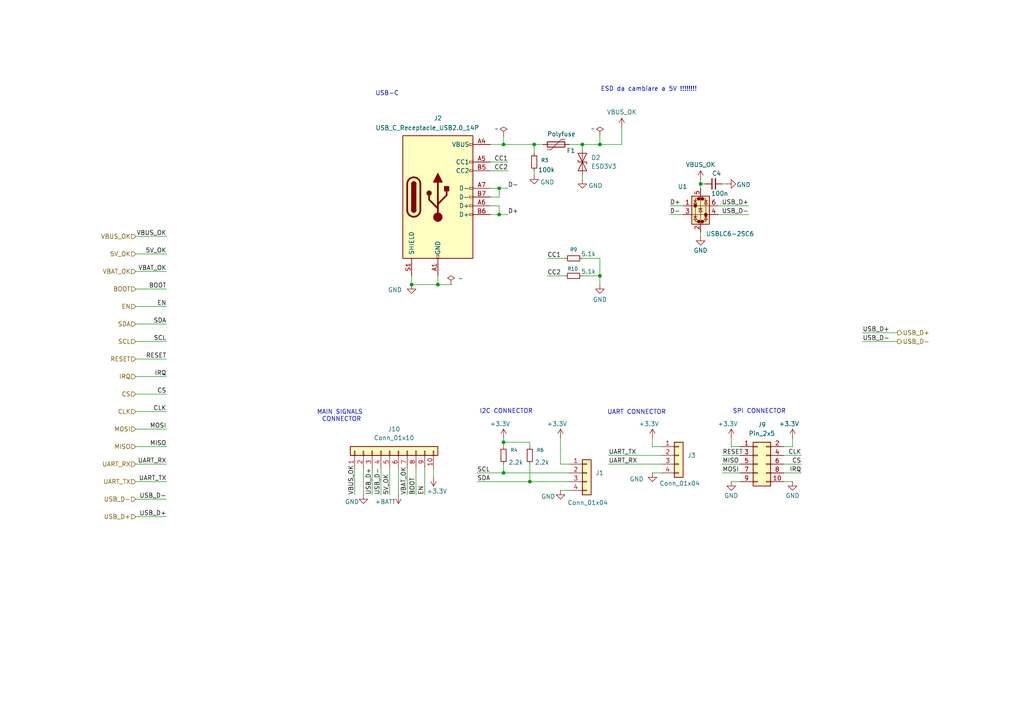
<source format=kicad_sch>
(kicad_sch
	(version 20250114)
	(generator "eeschema")
	(generator_version "9.0")
	(uuid "bf3480af-b142-49ee-b0ba-9c37d1b96b4f")
	(paper "A4")
	(lib_symbols
		(symbol "Connector:USB_C_Receptacle_USB2.0_14P"
			(pin_names
				(offset 1.016)
			)
			(exclude_from_sim no)
			(in_bom yes)
			(on_board yes)
			(property "Reference" "J"
				(at 0 22.225 0)
				(effects
					(font
						(size 1.27 1.27)
					)
				)
			)
			(property "Value" "USB_C_Receptacle_USB2.0_14P"
				(at 0 19.685 0)
				(effects
					(font
						(size 1.27 1.27)
					)
				)
			)
			(property "Footprint" ""
				(at 3.81 0 0)
				(effects
					(font
						(size 1.27 1.27)
					)
					(hide yes)
				)
			)
			(property "Datasheet" "https://www.usb.org/sites/default/files/documents/usb_type-c.zip"
				(at 3.81 0 0)
				(effects
					(font
						(size 1.27 1.27)
					)
					(hide yes)
				)
			)
			(property "Description" "USB 2.0-only 14P Type-C Receptacle connector"
				(at 0 0 0)
				(effects
					(font
						(size 1.27 1.27)
					)
					(hide yes)
				)
			)
			(property "ki_keywords" "usb universal serial bus type-C USB2.0"
				(at 0 0 0)
				(effects
					(font
						(size 1.27 1.27)
					)
					(hide yes)
				)
			)
			(property "ki_fp_filters" "USB*C*Receptacle*"
				(at 0 0 0)
				(effects
					(font
						(size 1.27 1.27)
					)
					(hide yes)
				)
			)
			(symbol "USB_C_Receptacle_USB2.0_14P_0_0"
				(rectangle
					(start -0.254 -17.78)
					(end 0.254 -16.764)
					(stroke
						(width 0)
						(type default)
					)
					(fill
						(type none)
					)
				)
				(rectangle
					(start 10.16 15.494)
					(end 9.144 14.986)
					(stroke
						(width 0)
						(type default)
					)
					(fill
						(type none)
					)
				)
				(rectangle
					(start 10.16 10.414)
					(end 9.144 9.906)
					(stroke
						(width 0)
						(type default)
					)
					(fill
						(type none)
					)
				)
				(rectangle
					(start 10.16 7.874)
					(end 9.144 7.366)
					(stroke
						(width 0)
						(type default)
					)
					(fill
						(type none)
					)
				)
				(rectangle
					(start 10.16 2.794)
					(end 9.144 2.286)
					(stroke
						(width 0)
						(type default)
					)
					(fill
						(type none)
					)
				)
				(rectangle
					(start 10.16 0.254)
					(end 9.144 -0.254)
					(stroke
						(width 0)
						(type default)
					)
					(fill
						(type none)
					)
				)
				(rectangle
					(start 10.16 -2.286)
					(end 9.144 -2.794)
					(stroke
						(width 0)
						(type default)
					)
					(fill
						(type none)
					)
				)
				(rectangle
					(start 10.16 -4.826)
					(end 9.144 -5.334)
					(stroke
						(width 0)
						(type default)
					)
					(fill
						(type none)
					)
				)
			)
			(symbol "USB_C_Receptacle_USB2.0_14P_0_1"
				(rectangle
					(start -10.16 17.78)
					(end 10.16 -17.78)
					(stroke
						(width 0.254)
						(type default)
					)
					(fill
						(type background)
					)
				)
				(polyline
					(pts
						(xy -8.89 -3.81) (xy -8.89 3.81)
					)
					(stroke
						(width 0.508)
						(type default)
					)
					(fill
						(type none)
					)
				)
				(rectangle
					(start -7.62 -3.81)
					(end -6.35 3.81)
					(stroke
						(width 0.254)
						(type default)
					)
					(fill
						(type outline)
					)
				)
				(arc
					(start -7.62 3.81)
					(mid -6.985 4.4423)
					(end -6.35 3.81)
					(stroke
						(width 0.254)
						(type default)
					)
					(fill
						(type none)
					)
				)
				(arc
					(start -7.62 3.81)
					(mid -6.985 4.4423)
					(end -6.35 3.81)
					(stroke
						(width 0.254)
						(type default)
					)
					(fill
						(type outline)
					)
				)
				(arc
					(start -8.89 3.81)
					(mid -6.985 5.7067)
					(end -5.08 3.81)
					(stroke
						(width 0.508)
						(type default)
					)
					(fill
						(type none)
					)
				)
				(arc
					(start -5.08 -3.81)
					(mid -6.985 -5.7067)
					(end -8.89 -3.81)
					(stroke
						(width 0.508)
						(type default)
					)
					(fill
						(type none)
					)
				)
				(arc
					(start -6.35 -3.81)
					(mid -6.985 -4.4423)
					(end -7.62 -3.81)
					(stroke
						(width 0.254)
						(type default)
					)
					(fill
						(type none)
					)
				)
				(arc
					(start -6.35 -3.81)
					(mid -6.985 -4.4423)
					(end -7.62 -3.81)
					(stroke
						(width 0.254)
						(type default)
					)
					(fill
						(type outline)
					)
				)
				(polyline
					(pts
						(xy -5.08 3.81) (xy -5.08 -3.81)
					)
					(stroke
						(width 0.508)
						(type default)
					)
					(fill
						(type none)
					)
				)
				(circle
					(center -2.54 1.143)
					(radius 0.635)
					(stroke
						(width 0.254)
						(type default)
					)
					(fill
						(type outline)
					)
				)
				(polyline
					(pts
						(xy -1.27 4.318) (xy 0 6.858) (xy 1.27 4.318) (xy -1.27 4.318)
					)
					(stroke
						(width 0.254)
						(type default)
					)
					(fill
						(type outline)
					)
				)
				(polyline
					(pts
						(xy 0 -2.032) (xy 2.54 0.508) (xy 2.54 1.778)
					)
					(stroke
						(width 0.508)
						(type default)
					)
					(fill
						(type none)
					)
				)
				(polyline
					(pts
						(xy 0 -3.302) (xy -2.54 -0.762) (xy -2.54 0.508)
					)
					(stroke
						(width 0.508)
						(type default)
					)
					(fill
						(type none)
					)
				)
				(polyline
					(pts
						(xy 0 -5.842) (xy 0 4.318)
					)
					(stroke
						(width 0.508)
						(type default)
					)
					(fill
						(type none)
					)
				)
				(circle
					(center 0 -5.842)
					(radius 1.27)
					(stroke
						(width 0)
						(type default)
					)
					(fill
						(type outline)
					)
				)
				(rectangle
					(start 1.905 1.778)
					(end 3.175 3.048)
					(stroke
						(width 0.254)
						(type default)
					)
					(fill
						(type outline)
					)
				)
			)
			(symbol "USB_C_Receptacle_USB2.0_14P_1_1"
				(pin passive line
					(at -7.62 -22.86 90)
					(length 5.08)
					(name "SHIELD"
						(effects
							(font
								(size 1.27 1.27)
							)
						)
					)
					(number "S1"
						(effects
							(font
								(size 1.27 1.27)
							)
						)
					)
				)
				(pin passive line
					(at 0 -22.86 90)
					(length 5.08)
					(name "GND"
						(effects
							(font
								(size 1.27 1.27)
							)
						)
					)
					(number "A1"
						(effects
							(font
								(size 1.27 1.27)
							)
						)
					)
				)
				(pin passive line
					(at 0 -22.86 90)
					(length 5.08)
					(hide yes)
					(name "GND"
						(effects
							(font
								(size 1.27 1.27)
							)
						)
					)
					(number "A12"
						(effects
							(font
								(size 1.27 1.27)
							)
						)
					)
				)
				(pin passive line
					(at 0 -22.86 90)
					(length 5.08)
					(hide yes)
					(name "GND"
						(effects
							(font
								(size 1.27 1.27)
							)
						)
					)
					(number "B1"
						(effects
							(font
								(size 1.27 1.27)
							)
						)
					)
				)
				(pin passive line
					(at 0 -22.86 90)
					(length 5.08)
					(hide yes)
					(name "GND"
						(effects
							(font
								(size 1.27 1.27)
							)
						)
					)
					(number "B12"
						(effects
							(font
								(size 1.27 1.27)
							)
						)
					)
				)
				(pin passive line
					(at 15.24 15.24 180)
					(length 5.08)
					(name "VBUS"
						(effects
							(font
								(size 1.27 1.27)
							)
						)
					)
					(number "A4"
						(effects
							(font
								(size 1.27 1.27)
							)
						)
					)
				)
				(pin passive line
					(at 15.24 15.24 180)
					(length 5.08)
					(hide yes)
					(name "VBUS"
						(effects
							(font
								(size 1.27 1.27)
							)
						)
					)
					(number "A9"
						(effects
							(font
								(size 1.27 1.27)
							)
						)
					)
				)
				(pin passive line
					(at 15.24 15.24 180)
					(length 5.08)
					(hide yes)
					(name "VBUS"
						(effects
							(font
								(size 1.27 1.27)
							)
						)
					)
					(number "B4"
						(effects
							(font
								(size 1.27 1.27)
							)
						)
					)
				)
				(pin passive line
					(at 15.24 15.24 180)
					(length 5.08)
					(hide yes)
					(name "VBUS"
						(effects
							(font
								(size 1.27 1.27)
							)
						)
					)
					(number "B9"
						(effects
							(font
								(size 1.27 1.27)
							)
						)
					)
				)
				(pin bidirectional line
					(at 15.24 10.16 180)
					(length 5.08)
					(name "CC1"
						(effects
							(font
								(size 1.27 1.27)
							)
						)
					)
					(number "A5"
						(effects
							(font
								(size 1.27 1.27)
							)
						)
					)
				)
				(pin bidirectional line
					(at 15.24 7.62 180)
					(length 5.08)
					(name "CC2"
						(effects
							(font
								(size 1.27 1.27)
							)
						)
					)
					(number "B5"
						(effects
							(font
								(size 1.27 1.27)
							)
						)
					)
				)
				(pin bidirectional line
					(at 15.24 2.54 180)
					(length 5.08)
					(name "D-"
						(effects
							(font
								(size 1.27 1.27)
							)
						)
					)
					(number "A7"
						(effects
							(font
								(size 1.27 1.27)
							)
						)
					)
				)
				(pin bidirectional line
					(at 15.24 0 180)
					(length 5.08)
					(name "D-"
						(effects
							(font
								(size 1.27 1.27)
							)
						)
					)
					(number "B7"
						(effects
							(font
								(size 1.27 1.27)
							)
						)
					)
				)
				(pin bidirectional line
					(at 15.24 -2.54 180)
					(length 5.08)
					(name "D+"
						(effects
							(font
								(size 1.27 1.27)
							)
						)
					)
					(number "A6"
						(effects
							(font
								(size 1.27 1.27)
							)
						)
					)
				)
				(pin bidirectional line
					(at 15.24 -5.08 180)
					(length 5.08)
					(name "D+"
						(effects
							(font
								(size 1.27 1.27)
							)
						)
					)
					(number "B6"
						(effects
							(font
								(size 1.27 1.27)
							)
						)
					)
				)
			)
			(embedded_fonts no)
		)
		(symbol "Connector_Generic:Conn_01x04"
			(pin_names
				(offset 1.016)
				(hide yes)
			)
			(exclude_from_sim no)
			(in_bom yes)
			(on_board yes)
			(property "Reference" "J"
				(at 0 5.08 0)
				(effects
					(font
						(size 1.27 1.27)
					)
				)
			)
			(property "Value" "Conn_01x04"
				(at 0 -7.62 0)
				(effects
					(font
						(size 1.27 1.27)
					)
				)
			)
			(property "Footprint" ""
				(at 0 0 0)
				(effects
					(font
						(size 1.27 1.27)
					)
					(hide yes)
				)
			)
			(property "Datasheet" "~"
				(at 0 0 0)
				(effects
					(font
						(size 1.27 1.27)
					)
					(hide yes)
				)
			)
			(property "Description" "Generic connector, single row, 01x04, script generated (kicad-library-utils/schlib/autogen/connector/)"
				(at 0 0 0)
				(effects
					(font
						(size 1.27 1.27)
					)
					(hide yes)
				)
			)
			(property "ki_keywords" "connector"
				(at 0 0 0)
				(effects
					(font
						(size 1.27 1.27)
					)
					(hide yes)
				)
			)
			(property "ki_fp_filters" "Connector*:*_1x??_*"
				(at 0 0 0)
				(effects
					(font
						(size 1.27 1.27)
					)
					(hide yes)
				)
			)
			(symbol "Conn_01x04_1_1"
				(rectangle
					(start -1.27 3.81)
					(end 1.27 -6.35)
					(stroke
						(width 0.254)
						(type default)
					)
					(fill
						(type background)
					)
				)
				(rectangle
					(start -1.27 2.667)
					(end 0 2.413)
					(stroke
						(width 0.1524)
						(type default)
					)
					(fill
						(type none)
					)
				)
				(rectangle
					(start -1.27 0.127)
					(end 0 -0.127)
					(stroke
						(width 0.1524)
						(type default)
					)
					(fill
						(type none)
					)
				)
				(rectangle
					(start -1.27 -2.413)
					(end 0 -2.667)
					(stroke
						(width 0.1524)
						(type default)
					)
					(fill
						(type none)
					)
				)
				(rectangle
					(start -1.27 -4.953)
					(end 0 -5.207)
					(stroke
						(width 0.1524)
						(type default)
					)
					(fill
						(type none)
					)
				)
				(pin passive line
					(at -5.08 2.54 0)
					(length 3.81)
					(name "Pin_1"
						(effects
							(font
								(size 1.27 1.27)
							)
						)
					)
					(number "1"
						(effects
							(font
								(size 1.27 1.27)
							)
						)
					)
				)
				(pin passive line
					(at -5.08 0 0)
					(length 3.81)
					(name "Pin_2"
						(effects
							(font
								(size 1.27 1.27)
							)
						)
					)
					(number "2"
						(effects
							(font
								(size 1.27 1.27)
							)
						)
					)
				)
				(pin passive line
					(at -5.08 -2.54 0)
					(length 3.81)
					(name "Pin_3"
						(effects
							(font
								(size 1.27 1.27)
							)
						)
					)
					(number "3"
						(effects
							(font
								(size 1.27 1.27)
							)
						)
					)
				)
				(pin passive line
					(at -5.08 -5.08 0)
					(length 3.81)
					(name "Pin_4"
						(effects
							(font
								(size 1.27 1.27)
							)
						)
					)
					(number "4"
						(effects
							(font
								(size 1.27 1.27)
							)
						)
					)
				)
			)
			(embedded_fonts no)
		)
		(symbol "Connector_Generic:Conn_01x10"
			(pin_names
				(offset 1.016)
				(hide yes)
			)
			(exclude_from_sim no)
			(in_bom yes)
			(on_board yes)
			(property "Reference" "J"
				(at 0 12.7 0)
				(effects
					(font
						(size 1.27 1.27)
					)
				)
			)
			(property "Value" "Conn_01x10"
				(at 0 -15.24 0)
				(effects
					(font
						(size 1.27 1.27)
					)
				)
			)
			(property "Footprint" ""
				(at 0 0 0)
				(effects
					(font
						(size 1.27 1.27)
					)
					(hide yes)
				)
			)
			(property "Datasheet" "~"
				(at 0 0 0)
				(effects
					(font
						(size 1.27 1.27)
					)
					(hide yes)
				)
			)
			(property "Description" "Generic connector, single row, 01x10, script generated (kicad-library-utils/schlib/autogen/connector/)"
				(at 0 0 0)
				(effects
					(font
						(size 1.27 1.27)
					)
					(hide yes)
				)
			)
			(property "ki_keywords" "connector"
				(at 0 0 0)
				(effects
					(font
						(size 1.27 1.27)
					)
					(hide yes)
				)
			)
			(property "ki_fp_filters" "Connector*:*_1x??_*"
				(at 0 0 0)
				(effects
					(font
						(size 1.27 1.27)
					)
					(hide yes)
				)
			)
			(symbol "Conn_01x10_1_1"
				(rectangle
					(start -1.27 11.43)
					(end 1.27 -13.97)
					(stroke
						(width 0.254)
						(type default)
					)
					(fill
						(type background)
					)
				)
				(rectangle
					(start -1.27 10.287)
					(end 0 10.033)
					(stroke
						(width 0.1524)
						(type default)
					)
					(fill
						(type none)
					)
				)
				(rectangle
					(start -1.27 7.747)
					(end 0 7.493)
					(stroke
						(width 0.1524)
						(type default)
					)
					(fill
						(type none)
					)
				)
				(rectangle
					(start -1.27 5.207)
					(end 0 4.953)
					(stroke
						(width 0.1524)
						(type default)
					)
					(fill
						(type none)
					)
				)
				(rectangle
					(start -1.27 2.667)
					(end 0 2.413)
					(stroke
						(width 0.1524)
						(type default)
					)
					(fill
						(type none)
					)
				)
				(rectangle
					(start -1.27 0.127)
					(end 0 -0.127)
					(stroke
						(width 0.1524)
						(type default)
					)
					(fill
						(type none)
					)
				)
				(rectangle
					(start -1.27 -2.413)
					(end 0 -2.667)
					(stroke
						(width 0.1524)
						(type default)
					)
					(fill
						(type none)
					)
				)
				(rectangle
					(start -1.27 -4.953)
					(end 0 -5.207)
					(stroke
						(width 0.1524)
						(type default)
					)
					(fill
						(type none)
					)
				)
				(rectangle
					(start -1.27 -7.493)
					(end 0 -7.747)
					(stroke
						(width 0.1524)
						(type default)
					)
					(fill
						(type none)
					)
				)
				(rectangle
					(start -1.27 -10.033)
					(end 0 -10.287)
					(stroke
						(width 0.1524)
						(type default)
					)
					(fill
						(type none)
					)
				)
				(rectangle
					(start -1.27 -12.573)
					(end 0 -12.827)
					(stroke
						(width 0.1524)
						(type default)
					)
					(fill
						(type none)
					)
				)
				(pin passive line
					(at -5.08 10.16 0)
					(length 3.81)
					(name "Pin_1"
						(effects
							(font
								(size 1.27 1.27)
							)
						)
					)
					(number "1"
						(effects
							(font
								(size 1.27 1.27)
							)
						)
					)
				)
				(pin passive line
					(at -5.08 7.62 0)
					(length 3.81)
					(name "Pin_2"
						(effects
							(font
								(size 1.27 1.27)
							)
						)
					)
					(number "2"
						(effects
							(font
								(size 1.27 1.27)
							)
						)
					)
				)
				(pin passive line
					(at -5.08 5.08 0)
					(length 3.81)
					(name "Pin_3"
						(effects
							(font
								(size 1.27 1.27)
							)
						)
					)
					(number "3"
						(effects
							(font
								(size 1.27 1.27)
							)
						)
					)
				)
				(pin passive line
					(at -5.08 2.54 0)
					(length 3.81)
					(name "Pin_4"
						(effects
							(font
								(size 1.27 1.27)
							)
						)
					)
					(number "4"
						(effects
							(font
								(size 1.27 1.27)
							)
						)
					)
				)
				(pin passive line
					(at -5.08 0 0)
					(length 3.81)
					(name "Pin_5"
						(effects
							(font
								(size 1.27 1.27)
							)
						)
					)
					(number "5"
						(effects
							(font
								(size 1.27 1.27)
							)
						)
					)
				)
				(pin passive line
					(at -5.08 -2.54 0)
					(length 3.81)
					(name "Pin_6"
						(effects
							(font
								(size 1.27 1.27)
							)
						)
					)
					(number "6"
						(effects
							(font
								(size 1.27 1.27)
							)
						)
					)
				)
				(pin passive line
					(at -5.08 -5.08 0)
					(length 3.81)
					(name "Pin_7"
						(effects
							(font
								(size 1.27 1.27)
							)
						)
					)
					(number "7"
						(effects
							(font
								(size 1.27 1.27)
							)
						)
					)
				)
				(pin passive line
					(at -5.08 -7.62 0)
					(length 3.81)
					(name "Pin_8"
						(effects
							(font
								(size 1.27 1.27)
							)
						)
					)
					(number "8"
						(effects
							(font
								(size 1.27 1.27)
							)
						)
					)
				)
				(pin passive line
					(at -5.08 -10.16 0)
					(length 3.81)
					(name "Pin_9"
						(effects
							(font
								(size 1.27 1.27)
							)
						)
					)
					(number "9"
						(effects
							(font
								(size 1.27 1.27)
							)
						)
					)
				)
				(pin passive line
					(at -5.08 -12.7 0)
					(length 3.81)
					(name "Pin_10"
						(effects
							(font
								(size 1.27 1.27)
							)
						)
					)
					(number "10"
						(effects
							(font
								(size 1.27 1.27)
							)
						)
					)
				)
			)
			(embedded_fonts no)
		)
		(symbol "Connector_Generic:Conn_02x05_Odd_Even"
			(pin_names
				(offset 1.016)
				(hide yes)
			)
			(exclude_from_sim no)
			(in_bom yes)
			(on_board yes)
			(property "Reference" "J"
				(at 1.27 7.62 0)
				(effects
					(font
						(size 1.27 1.27)
					)
				)
			)
			(property "Value" "Conn_02x05_Odd_Even"
				(at 1.27 -7.62 0)
				(effects
					(font
						(size 1.27 1.27)
					)
				)
			)
			(property "Footprint" ""
				(at 0 0 0)
				(effects
					(font
						(size 1.27 1.27)
					)
					(hide yes)
				)
			)
			(property "Datasheet" "~"
				(at 0 0 0)
				(effects
					(font
						(size 1.27 1.27)
					)
					(hide yes)
				)
			)
			(property "Description" "Generic connector, double row, 02x05, odd/even pin numbering scheme (row 1 odd numbers, row 2 even numbers), script generated (kicad-library-utils/schlib/autogen/connector/)"
				(at 0 0 0)
				(effects
					(font
						(size 1.27 1.27)
					)
					(hide yes)
				)
			)
			(property "ki_keywords" "connector"
				(at 0 0 0)
				(effects
					(font
						(size 1.27 1.27)
					)
					(hide yes)
				)
			)
			(property "ki_fp_filters" "Connector*:*_2x??_*"
				(at 0 0 0)
				(effects
					(font
						(size 1.27 1.27)
					)
					(hide yes)
				)
			)
			(symbol "Conn_02x05_Odd_Even_1_1"
				(rectangle
					(start -1.27 6.35)
					(end 3.81 -6.35)
					(stroke
						(width 0.254)
						(type default)
					)
					(fill
						(type background)
					)
				)
				(rectangle
					(start -1.27 5.207)
					(end 0 4.953)
					(stroke
						(width 0.1524)
						(type default)
					)
					(fill
						(type none)
					)
				)
				(rectangle
					(start -1.27 2.667)
					(end 0 2.413)
					(stroke
						(width 0.1524)
						(type default)
					)
					(fill
						(type none)
					)
				)
				(rectangle
					(start -1.27 0.127)
					(end 0 -0.127)
					(stroke
						(width 0.1524)
						(type default)
					)
					(fill
						(type none)
					)
				)
				(rectangle
					(start -1.27 -2.413)
					(end 0 -2.667)
					(stroke
						(width 0.1524)
						(type default)
					)
					(fill
						(type none)
					)
				)
				(rectangle
					(start -1.27 -4.953)
					(end 0 -5.207)
					(stroke
						(width 0.1524)
						(type default)
					)
					(fill
						(type none)
					)
				)
				(rectangle
					(start 3.81 5.207)
					(end 2.54 4.953)
					(stroke
						(width 0.1524)
						(type default)
					)
					(fill
						(type none)
					)
				)
				(rectangle
					(start 3.81 2.667)
					(end 2.54 2.413)
					(stroke
						(width 0.1524)
						(type default)
					)
					(fill
						(type none)
					)
				)
				(rectangle
					(start 3.81 0.127)
					(end 2.54 -0.127)
					(stroke
						(width 0.1524)
						(type default)
					)
					(fill
						(type none)
					)
				)
				(rectangle
					(start 3.81 -2.413)
					(end 2.54 -2.667)
					(stroke
						(width 0.1524)
						(type default)
					)
					(fill
						(type none)
					)
				)
				(rectangle
					(start 3.81 -4.953)
					(end 2.54 -5.207)
					(stroke
						(width 0.1524)
						(type default)
					)
					(fill
						(type none)
					)
				)
				(pin passive line
					(at -5.08 5.08 0)
					(length 3.81)
					(name "Pin_1"
						(effects
							(font
								(size 1.27 1.27)
							)
						)
					)
					(number "1"
						(effects
							(font
								(size 1.27 1.27)
							)
						)
					)
				)
				(pin passive line
					(at -5.08 2.54 0)
					(length 3.81)
					(name "Pin_3"
						(effects
							(font
								(size 1.27 1.27)
							)
						)
					)
					(number "3"
						(effects
							(font
								(size 1.27 1.27)
							)
						)
					)
				)
				(pin passive line
					(at -5.08 0 0)
					(length 3.81)
					(name "Pin_5"
						(effects
							(font
								(size 1.27 1.27)
							)
						)
					)
					(number "5"
						(effects
							(font
								(size 1.27 1.27)
							)
						)
					)
				)
				(pin passive line
					(at -5.08 -2.54 0)
					(length 3.81)
					(name "Pin_7"
						(effects
							(font
								(size 1.27 1.27)
							)
						)
					)
					(number "7"
						(effects
							(font
								(size 1.27 1.27)
							)
						)
					)
				)
				(pin passive line
					(at -5.08 -5.08 0)
					(length 3.81)
					(name "Pin_9"
						(effects
							(font
								(size 1.27 1.27)
							)
						)
					)
					(number "9"
						(effects
							(font
								(size 1.27 1.27)
							)
						)
					)
				)
				(pin passive line
					(at 7.62 5.08 180)
					(length 3.81)
					(name "Pin_2"
						(effects
							(font
								(size 1.27 1.27)
							)
						)
					)
					(number "2"
						(effects
							(font
								(size 1.27 1.27)
							)
						)
					)
				)
				(pin passive line
					(at 7.62 2.54 180)
					(length 3.81)
					(name "Pin_4"
						(effects
							(font
								(size 1.27 1.27)
							)
						)
					)
					(number "4"
						(effects
							(font
								(size 1.27 1.27)
							)
						)
					)
				)
				(pin passive line
					(at 7.62 0 180)
					(length 3.81)
					(name "Pin_6"
						(effects
							(font
								(size 1.27 1.27)
							)
						)
					)
					(number "6"
						(effects
							(font
								(size 1.27 1.27)
							)
						)
					)
				)
				(pin passive line
					(at 7.62 -2.54 180)
					(length 3.81)
					(name "Pin_8"
						(effects
							(font
								(size 1.27 1.27)
							)
						)
					)
					(number "8"
						(effects
							(font
								(size 1.27 1.27)
							)
						)
					)
				)
				(pin passive line
					(at 7.62 -5.08 180)
					(length 3.81)
					(name "Pin_10"
						(effects
							(font
								(size 1.27 1.27)
							)
						)
					)
					(number "10"
						(effects
							(font
								(size 1.27 1.27)
							)
						)
					)
				)
			)
			(embedded_fonts no)
		)
		(symbol "Device:C_Small"
			(pin_numbers
				(hide yes)
			)
			(pin_names
				(offset 0.254)
				(hide yes)
			)
			(exclude_from_sim no)
			(in_bom yes)
			(on_board yes)
			(property "Reference" "C"
				(at 0.254 1.778 0)
				(effects
					(font
						(size 1.27 1.27)
					)
					(justify left)
				)
			)
			(property "Value" "C_Small"
				(at 0.254 -2.032 0)
				(effects
					(font
						(size 1.27 1.27)
					)
					(justify left)
				)
			)
			(property "Footprint" ""
				(at 0 0 0)
				(effects
					(font
						(size 1.27 1.27)
					)
					(hide yes)
				)
			)
			(property "Datasheet" "~"
				(at 0 0 0)
				(effects
					(font
						(size 1.27 1.27)
					)
					(hide yes)
				)
			)
			(property "Description" "Unpolarized capacitor, small symbol"
				(at 0 0 0)
				(effects
					(font
						(size 1.27 1.27)
					)
					(hide yes)
				)
			)
			(property "ki_keywords" "capacitor cap"
				(at 0 0 0)
				(effects
					(font
						(size 1.27 1.27)
					)
					(hide yes)
				)
			)
			(property "ki_fp_filters" "C_*"
				(at 0 0 0)
				(effects
					(font
						(size 1.27 1.27)
					)
					(hide yes)
				)
			)
			(symbol "C_Small_0_1"
				(polyline
					(pts
						(xy -1.524 0.508) (xy 1.524 0.508)
					)
					(stroke
						(width 0.3048)
						(type default)
					)
					(fill
						(type none)
					)
				)
				(polyline
					(pts
						(xy -1.524 -0.508) (xy 1.524 -0.508)
					)
					(stroke
						(width 0.3302)
						(type default)
					)
					(fill
						(type none)
					)
				)
			)
			(symbol "C_Small_1_1"
				(pin passive line
					(at 0 2.54 270)
					(length 2.032)
					(name "~"
						(effects
							(font
								(size 1.27 1.27)
							)
						)
					)
					(number "1"
						(effects
							(font
								(size 1.27 1.27)
							)
						)
					)
				)
				(pin passive line
					(at 0 -2.54 90)
					(length 2.032)
					(name "~"
						(effects
							(font
								(size 1.27 1.27)
							)
						)
					)
					(number "2"
						(effects
							(font
								(size 1.27 1.27)
							)
						)
					)
				)
			)
			(embedded_fonts no)
		)
		(symbol "Device:Polyfuse"
			(pin_numbers
				(hide yes)
			)
			(pin_names
				(offset 0)
			)
			(exclude_from_sim no)
			(in_bom yes)
			(on_board yes)
			(property "Reference" "F"
				(at -2.54 0 90)
				(effects
					(font
						(size 1.27 1.27)
					)
				)
			)
			(property "Value" "Polyfuse"
				(at 2.54 0 90)
				(effects
					(font
						(size 1.27 1.27)
					)
				)
			)
			(property "Footprint" ""
				(at 1.27 -5.08 0)
				(effects
					(font
						(size 1.27 1.27)
					)
					(justify left)
					(hide yes)
				)
			)
			(property "Datasheet" "~"
				(at 0 0 0)
				(effects
					(font
						(size 1.27 1.27)
					)
					(hide yes)
				)
			)
			(property "Description" "Resettable fuse, polymeric positive temperature coefficient"
				(at 0 0 0)
				(effects
					(font
						(size 1.27 1.27)
					)
					(hide yes)
				)
			)
			(property "ki_keywords" "resettable fuse PTC PPTC polyfuse polyswitch"
				(at 0 0 0)
				(effects
					(font
						(size 1.27 1.27)
					)
					(hide yes)
				)
			)
			(property "ki_fp_filters" "*polyfuse* *PTC*"
				(at 0 0 0)
				(effects
					(font
						(size 1.27 1.27)
					)
					(hide yes)
				)
			)
			(symbol "Polyfuse_0_1"
				(polyline
					(pts
						(xy -1.524 2.54) (xy -1.524 1.524) (xy 1.524 -1.524) (xy 1.524 -2.54)
					)
					(stroke
						(width 0)
						(type default)
					)
					(fill
						(type none)
					)
				)
				(rectangle
					(start -0.762 2.54)
					(end 0.762 -2.54)
					(stroke
						(width 0.254)
						(type default)
					)
					(fill
						(type none)
					)
				)
				(polyline
					(pts
						(xy 0 2.54) (xy 0 -2.54)
					)
					(stroke
						(width 0)
						(type default)
					)
					(fill
						(type none)
					)
				)
			)
			(symbol "Polyfuse_1_1"
				(pin passive line
					(at 0 3.81 270)
					(length 1.27)
					(name "~"
						(effects
							(font
								(size 1.27 1.27)
							)
						)
					)
					(number "1"
						(effects
							(font
								(size 1.27 1.27)
							)
						)
					)
				)
				(pin passive line
					(at 0 -3.81 90)
					(length 1.27)
					(name "~"
						(effects
							(font
								(size 1.27 1.27)
							)
						)
					)
					(number "2"
						(effects
							(font
								(size 1.27 1.27)
							)
						)
					)
				)
			)
			(embedded_fonts no)
		)
		(symbol "Device:R_Small"
			(pin_numbers
				(hide yes)
			)
			(pin_names
				(offset 0.254)
				(hide yes)
			)
			(exclude_from_sim no)
			(in_bom yes)
			(on_board yes)
			(property "Reference" "R"
				(at 0 0 90)
				(effects
					(font
						(size 1.016 1.016)
					)
				)
			)
			(property "Value" "R_Small"
				(at 1.778 0 90)
				(effects
					(font
						(size 1.27 1.27)
					)
				)
			)
			(property "Footprint" ""
				(at 0 0 0)
				(effects
					(font
						(size 1.27 1.27)
					)
					(hide yes)
				)
			)
			(property "Datasheet" "~"
				(at 0 0 0)
				(effects
					(font
						(size 1.27 1.27)
					)
					(hide yes)
				)
			)
			(property "Description" "Resistor, small symbol"
				(at 0 0 0)
				(effects
					(font
						(size 1.27 1.27)
					)
					(hide yes)
				)
			)
			(property "ki_keywords" "R resistor"
				(at 0 0 0)
				(effects
					(font
						(size 1.27 1.27)
					)
					(hide yes)
				)
			)
			(property "ki_fp_filters" "R_*"
				(at 0 0 0)
				(effects
					(font
						(size 1.27 1.27)
					)
					(hide yes)
				)
			)
			(symbol "R_Small_0_1"
				(rectangle
					(start -0.762 1.778)
					(end 0.762 -1.778)
					(stroke
						(width 0.2032)
						(type default)
					)
					(fill
						(type none)
					)
				)
			)
			(symbol "R_Small_1_1"
				(pin passive line
					(at 0 2.54 270)
					(length 0.762)
					(name "~"
						(effects
							(font
								(size 1.27 1.27)
							)
						)
					)
					(number "1"
						(effects
							(font
								(size 1.27 1.27)
							)
						)
					)
				)
				(pin passive line
					(at 0 -2.54 90)
					(length 0.762)
					(name "~"
						(effects
							(font
								(size 1.27 1.27)
							)
						)
					)
					(number "2"
						(effects
							(font
								(size 1.27 1.27)
							)
						)
					)
				)
			)
			(embedded_fonts no)
		)
		(symbol "Diode:ESD9B3.3ST5G"
			(pin_numbers
				(hide yes)
			)
			(pin_names
				(offset 1.016)
				(hide yes)
			)
			(exclude_from_sim no)
			(in_bom yes)
			(on_board yes)
			(property "Reference" "D"
				(at 0 2.54 0)
				(effects
					(font
						(size 1.27 1.27)
					)
				)
			)
			(property "Value" "ESD9B3.3ST5G"
				(at 0 -2.54 0)
				(effects
					(font
						(size 1.27 1.27)
					)
				)
			)
			(property "Footprint" "Diode_SMD:D_SOD-923"
				(at 0 0 0)
				(effects
					(font
						(size 1.27 1.27)
					)
					(hide yes)
				)
			)
			(property "Datasheet" "https://www.onsemi.com/pub/Collateral/ESD9B-D.PDF"
				(at 0 0 0)
				(effects
					(font
						(size 1.27 1.27)
					)
					(hide yes)
				)
			)
			(property "Description" "ESD protection diode, 3.3Vrwm, SOD-923"
				(at 0 0 0)
				(effects
					(font
						(size 1.27 1.27)
					)
					(hide yes)
				)
			)
			(property "ki_keywords" "diode TVS ESD"
				(at 0 0 0)
				(effects
					(font
						(size 1.27 1.27)
					)
					(hide yes)
				)
			)
			(property "ki_fp_filters" "D*SOD?923*"
				(at 0 0 0)
				(effects
					(font
						(size 1.27 1.27)
					)
					(hide yes)
				)
			)
			(symbol "ESD9B3.3ST5G_0_1"
				(polyline
					(pts
						(xy -2.54 -1.27) (xy 0 0) (xy -2.54 1.27) (xy -2.54 -1.27)
					)
					(stroke
						(width 0.2032)
						(type default)
					)
					(fill
						(type none)
					)
				)
				(polyline
					(pts
						(xy 0.508 1.27) (xy 0 1.27) (xy 0 -1.27) (xy -0.508 -1.27)
					)
					(stroke
						(width 0.2032)
						(type default)
					)
					(fill
						(type none)
					)
				)
				(polyline
					(pts
						(xy 1.27 0) (xy -1.27 0)
					)
					(stroke
						(width 0)
						(type default)
					)
					(fill
						(type none)
					)
				)
				(polyline
					(pts
						(xy 2.54 1.27) (xy 2.54 -1.27) (xy 0 0) (xy 2.54 1.27)
					)
					(stroke
						(width 0.2032)
						(type default)
					)
					(fill
						(type none)
					)
				)
			)
			(symbol "ESD9B3.3ST5G_1_1"
				(pin passive line
					(at -3.81 0 0)
					(length 2.54)
					(name "A1"
						(effects
							(font
								(size 1.27 1.27)
							)
						)
					)
					(number "1"
						(effects
							(font
								(size 1.27 1.27)
							)
						)
					)
				)
				(pin passive line
					(at 3.81 0 180)
					(length 2.54)
					(name "A2"
						(effects
							(font
								(size 1.27 1.27)
							)
						)
					)
					(number "2"
						(effects
							(font
								(size 1.27 1.27)
							)
						)
					)
				)
			)
			(embedded_fonts no)
		)
		(symbol "Power_Protection:USBLC6-2SC6"
			(pin_names
				(hide yes)
			)
			(exclude_from_sim no)
			(in_bom yes)
			(on_board yes)
			(property "Reference" "U"
				(at 0.635 5.715 0)
				(effects
					(font
						(size 1.27 1.27)
					)
					(justify left)
				)
			)
			(property "Value" "USBLC6-2SC6"
				(at 0.635 3.81 0)
				(effects
					(font
						(size 1.27 1.27)
					)
					(justify left)
				)
			)
			(property "Footprint" "Package_TO_SOT_SMD:SOT-23-6"
				(at 1.27 -6.35 0)
				(effects
					(font
						(size 1.27 1.27)
						(italic yes)
					)
					(justify left)
					(hide yes)
				)
			)
			(property "Datasheet" "https://www.st.com/resource/en/datasheet/usblc6-2.pdf"
				(at 1.27 -8.255 0)
				(effects
					(font
						(size 1.27 1.27)
					)
					(justify left)
					(hide yes)
				)
			)
			(property "Description" "Very low capacitance ESD protection diode, 2 data-line, SOT-23-6"
				(at 0 0 0)
				(effects
					(font
						(size 1.27 1.27)
					)
					(hide yes)
				)
			)
			(property "ki_keywords" "usb ethernet video"
				(at 0 0 0)
				(effects
					(font
						(size 1.27 1.27)
					)
					(hide yes)
				)
			)
			(property "ki_fp_filters" "SOT?23*"
				(at 0 0 0)
				(effects
					(font
						(size 1.27 1.27)
					)
					(hide yes)
				)
			)
			(symbol "USBLC6-2SC6_0_0"
				(circle
					(center -1.524 0)
					(radius 0.0001)
					(stroke
						(width 0.508)
						(type default)
					)
					(fill
						(type none)
					)
				)
				(circle
					(center -0.508 2.032)
					(radius 0.0001)
					(stroke
						(width 0.508)
						(type default)
					)
					(fill
						(type none)
					)
				)
				(circle
					(center -0.508 -4.572)
					(radius 0.0001)
					(stroke
						(width 0.508)
						(type default)
					)
					(fill
						(type none)
					)
				)
				(circle
					(center 0.508 2.032)
					(radius 0.0001)
					(stroke
						(width 0.508)
						(type default)
					)
					(fill
						(type none)
					)
				)
				(circle
					(center 0.508 -4.572)
					(radius 0.0001)
					(stroke
						(width 0.508)
						(type default)
					)
					(fill
						(type none)
					)
				)
				(circle
					(center 1.524 -2.54)
					(radius 0.0001)
					(stroke
						(width 0.508)
						(type default)
					)
					(fill
						(type none)
					)
				)
			)
			(symbol "USBLC6-2SC6_0_1"
				(polyline
					(pts
						(xy -2.54 0) (xy 2.54 0)
					)
					(stroke
						(width 0)
						(type default)
					)
					(fill
						(type none)
					)
				)
				(polyline
					(pts
						(xy -2.54 -2.54) (xy 2.54 -2.54)
					)
					(stroke
						(width 0)
						(type default)
					)
					(fill
						(type none)
					)
				)
				(polyline
					(pts
						(xy -2.032 0.508) (xy -1.016 0.508) (xy -1.524 1.524) (xy -2.032 0.508)
					)
					(stroke
						(width 0)
						(type default)
					)
					(fill
						(type none)
					)
				)
				(polyline
					(pts
						(xy -2.032 -3.048) (xy -1.016 -3.048)
					)
					(stroke
						(width 0)
						(type default)
					)
					(fill
						(type none)
					)
				)
				(polyline
					(pts
						(xy -1.016 1.524) (xy -2.032 1.524)
					)
					(stroke
						(width 0)
						(type default)
					)
					(fill
						(type none)
					)
				)
				(polyline
					(pts
						(xy -1.016 -4.064) (xy -2.032 -4.064) (xy -1.524 -3.048) (xy -1.016 -4.064)
					)
					(stroke
						(width 0)
						(type default)
					)
					(fill
						(type none)
					)
				)
				(polyline
					(pts
						(xy -0.508 -1.143) (xy -0.508 -0.762) (xy 0.508 -0.762)
					)
					(stroke
						(width 0)
						(type default)
					)
					(fill
						(type none)
					)
				)
				(polyline
					(pts
						(xy 0 2.54) (xy -0.508 2.032) (xy 0.508 2.032) (xy 0 1.524) (xy 0 -4.064) (xy -0.508 -4.572) (xy 0.508 -4.572)
						(xy 0 -5.08)
					)
					(stroke
						(width 0)
						(type default)
					)
					(fill
						(type none)
					)
				)
				(polyline
					(pts
						(xy 0.508 -1.778) (xy -0.508 -1.778) (xy 0 -0.762) (xy 0.508 -1.778)
					)
					(stroke
						(width 0)
						(type default)
					)
					(fill
						(type none)
					)
				)
				(polyline
					(pts
						(xy 1.016 1.524) (xy 2.032 1.524)
					)
					(stroke
						(width 0)
						(type default)
					)
					(fill
						(type none)
					)
				)
				(polyline
					(pts
						(xy 1.016 -3.048) (xy 2.032 -3.048)
					)
					(stroke
						(width 0)
						(type default)
					)
					(fill
						(type none)
					)
				)
				(polyline
					(pts
						(xy 2.032 0.508) (xy 1.016 0.508) (xy 1.524 1.524) (xy 2.032 0.508)
					)
					(stroke
						(width 0)
						(type default)
					)
					(fill
						(type none)
					)
				)
				(polyline
					(pts
						(xy 2.032 -4.064) (xy 1.016 -4.064) (xy 1.524 -3.048) (xy 2.032 -4.064)
					)
					(stroke
						(width 0)
						(type default)
					)
					(fill
						(type none)
					)
				)
			)
			(symbol "USBLC6-2SC6_1_1"
				(rectangle
					(start -2.54 2.794)
					(end 2.54 -5.334)
					(stroke
						(width 0.254)
						(type default)
					)
					(fill
						(type background)
					)
				)
				(polyline
					(pts
						(xy -0.508 2.032) (xy -1.524 2.032) (xy -1.524 -4.572) (xy -0.508 -4.572)
					)
					(stroke
						(width 0)
						(type default)
					)
					(fill
						(type none)
					)
				)
				(polyline
					(pts
						(xy 0.508 -4.572) (xy 1.524 -4.572) (xy 1.524 2.032) (xy 0.508 2.032)
					)
					(stroke
						(width 0)
						(type default)
					)
					(fill
						(type none)
					)
				)
				(pin passive line
					(at -5.08 0 0)
					(length 2.54)
					(name "I/O1"
						(effects
							(font
								(size 1.27 1.27)
							)
						)
					)
					(number "1"
						(effects
							(font
								(size 1.27 1.27)
							)
						)
					)
				)
				(pin passive line
					(at -5.08 -2.54 0)
					(length 2.54)
					(name "I/O2"
						(effects
							(font
								(size 1.27 1.27)
							)
						)
					)
					(number "3"
						(effects
							(font
								(size 1.27 1.27)
							)
						)
					)
				)
				(pin passive line
					(at 0 5.08 270)
					(length 2.54)
					(name "VBUS"
						(effects
							(font
								(size 1.27 1.27)
							)
						)
					)
					(number "5"
						(effects
							(font
								(size 1.27 1.27)
							)
						)
					)
				)
				(pin passive line
					(at 0 -7.62 90)
					(length 2.54)
					(name "GND"
						(effects
							(font
								(size 1.27 1.27)
							)
						)
					)
					(number "2"
						(effects
							(font
								(size 1.27 1.27)
							)
						)
					)
				)
				(pin passive line
					(at 5.08 0 180)
					(length 2.54)
					(name "I/O1"
						(effects
							(font
								(size 1.27 1.27)
							)
						)
					)
					(number "6"
						(effects
							(font
								(size 1.27 1.27)
							)
						)
					)
				)
				(pin passive line
					(at 5.08 -2.54 180)
					(length 2.54)
					(name "I/O2"
						(effects
							(font
								(size 1.27 1.27)
							)
						)
					)
					(number "4"
						(effects
							(font
								(size 1.27 1.27)
							)
						)
					)
				)
			)
			(embedded_fonts no)
		)
		(symbol "power:+3.3V"
			(power)
			(pin_numbers
				(hide yes)
			)
			(pin_names
				(offset 0)
				(hide yes)
			)
			(exclude_from_sim no)
			(in_bom yes)
			(on_board yes)
			(property "Reference" "#PWR"
				(at 0 -3.81 0)
				(effects
					(font
						(size 1.27 1.27)
					)
					(hide yes)
				)
			)
			(property "Value" "+3.3V"
				(at 0 3.556 0)
				(effects
					(font
						(size 1.27 1.27)
					)
				)
			)
			(property "Footprint" ""
				(at 0 0 0)
				(effects
					(font
						(size 1.27 1.27)
					)
					(hide yes)
				)
			)
			(property "Datasheet" ""
				(at 0 0 0)
				(effects
					(font
						(size 1.27 1.27)
					)
					(hide yes)
				)
			)
			(property "Description" "Power symbol creates a global label with name \"+3.3V\""
				(at 0 0 0)
				(effects
					(font
						(size 1.27 1.27)
					)
					(hide yes)
				)
			)
			(property "ki_keywords" "global power"
				(at 0 0 0)
				(effects
					(font
						(size 1.27 1.27)
					)
					(hide yes)
				)
			)
			(symbol "+3.3V_0_1"
				(polyline
					(pts
						(xy -0.762 1.27) (xy 0 2.54)
					)
					(stroke
						(width 0)
						(type default)
					)
					(fill
						(type none)
					)
				)
				(polyline
					(pts
						(xy 0 2.54) (xy 0.762 1.27)
					)
					(stroke
						(width 0)
						(type default)
					)
					(fill
						(type none)
					)
				)
				(polyline
					(pts
						(xy 0 0) (xy 0 2.54)
					)
					(stroke
						(width 0)
						(type default)
					)
					(fill
						(type none)
					)
				)
			)
			(symbol "+3.3V_1_1"
				(pin power_in line
					(at 0 0 90)
					(length 0)
					(name "~"
						(effects
							(font
								(size 1.27 1.27)
							)
						)
					)
					(number "1"
						(effects
							(font
								(size 1.27 1.27)
							)
						)
					)
				)
			)
			(embedded_fonts no)
		)
		(symbol "power:+BATT"
			(power)
			(pin_numbers
				(hide yes)
			)
			(pin_names
				(offset 0)
				(hide yes)
			)
			(exclude_from_sim no)
			(in_bom yes)
			(on_board yes)
			(property "Reference" "#PWR"
				(at 0 -3.81 0)
				(effects
					(font
						(size 1.27 1.27)
					)
					(hide yes)
				)
			)
			(property "Value" "+BATT"
				(at 0 3.556 0)
				(effects
					(font
						(size 1.27 1.27)
					)
				)
			)
			(property "Footprint" ""
				(at 0 0 0)
				(effects
					(font
						(size 1.27 1.27)
					)
					(hide yes)
				)
			)
			(property "Datasheet" ""
				(at 0 0 0)
				(effects
					(font
						(size 1.27 1.27)
					)
					(hide yes)
				)
			)
			(property "Description" "Power symbol creates a global label with name \"+BATT\""
				(at 0 0 0)
				(effects
					(font
						(size 1.27 1.27)
					)
					(hide yes)
				)
			)
			(property "ki_keywords" "global power battery"
				(at 0 0 0)
				(effects
					(font
						(size 1.27 1.27)
					)
					(hide yes)
				)
			)
			(symbol "+BATT_0_1"
				(polyline
					(pts
						(xy -0.762 1.27) (xy 0 2.54)
					)
					(stroke
						(width 0)
						(type default)
					)
					(fill
						(type none)
					)
				)
				(polyline
					(pts
						(xy 0 2.54) (xy 0.762 1.27)
					)
					(stroke
						(width 0)
						(type default)
					)
					(fill
						(type none)
					)
				)
				(polyline
					(pts
						(xy 0 0) (xy 0 2.54)
					)
					(stroke
						(width 0)
						(type default)
					)
					(fill
						(type none)
					)
				)
			)
			(symbol "+BATT_1_1"
				(pin power_in line
					(at 0 0 90)
					(length 0)
					(name "~"
						(effects
							(font
								(size 1.27 1.27)
							)
						)
					)
					(number "1"
						(effects
							(font
								(size 1.27 1.27)
							)
						)
					)
				)
			)
			(embedded_fonts no)
		)
		(symbol "power:GND"
			(power)
			(pin_numbers
				(hide yes)
			)
			(pin_names
				(offset 0)
				(hide yes)
			)
			(exclude_from_sim no)
			(in_bom yes)
			(on_board yes)
			(property "Reference" "#PWR"
				(at 0 -6.35 0)
				(effects
					(font
						(size 1.27 1.27)
					)
					(hide yes)
				)
			)
			(property "Value" "GND"
				(at 0 -3.81 0)
				(effects
					(font
						(size 1.27 1.27)
					)
				)
			)
			(property "Footprint" ""
				(at 0 0 0)
				(effects
					(font
						(size 1.27 1.27)
					)
					(hide yes)
				)
			)
			(property "Datasheet" ""
				(at 0 0 0)
				(effects
					(font
						(size 1.27 1.27)
					)
					(hide yes)
				)
			)
			(property "Description" "Power symbol creates a global label with name \"GND\" , ground"
				(at 0 0 0)
				(effects
					(font
						(size 1.27 1.27)
					)
					(hide yes)
				)
			)
			(property "ki_keywords" "global power"
				(at 0 0 0)
				(effects
					(font
						(size 1.27 1.27)
					)
					(hide yes)
				)
			)
			(symbol "GND_0_1"
				(polyline
					(pts
						(xy 0 0) (xy 0 -1.27) (xy 1.27 -1.27) (xy 0 -2.54) (xy -1.27 -1.27) (xy 0 -1.27)
					)
					(stroke
						(width 0)
						(type default)
					)
					(fill
						(type none)
					)
				)
			)
			(symbol "GND_1_1"
				(pin power_in line
					(at 0 0 270)
					(length 0)
					(name "~"
						(effects
							(font
								(size 1.27 1.27)
							)
						)
					)
					(number "1"
						(effects
							(font
								(size 1.27 1.27)
							)
						)
					)
				)
			)
			(embedded_fonts no)
		)
		(symbol "power:PWR_FLAG"
			(power)
			(pin_numbers
				(hide yes)
			)
			(pin_names
				(offset 0)
				(hide yes)
			)
			(exclude_from_sim no)
			(in_bom yes)
			(on_board yes)
			(property "Reference" "#FLG"
				(at 0 1.905 0)
				(effects
					(font
						(size 1.27 1.27)
					)
					(hide yes)
				)
			)
			(property "Value" "PWR_FLAG"
				(at 0 3.81 0)
				(effects
					(font
						(size 1.27 1.27)
					)
				)
			)
			(property "Footprint" ""
				(at 0 0 0)
				(effects
					(font
						(size 1.27 1.27)
					)
					(hide yes)
				)
			)
			(property "Datasheet" "~"
				(at 0 0 0)
				(effects
					(font
						(size 1.27 1.27)
					)
					(hide yes)
				)
			)
			(property "Description" "Special symbol for telling ERC where power comes from"
				(at 0 0 0)
				(effects
					(font
						(size 1.27 1.27)
					)
					(hide yes)
				)
			)
			(property "ki_keywords" "flag power"
				(at 0 0 0)
				(effects
					(font
						(size 1.27 1.27)
					)
					(hide yes)
				)
			)
			(symbol "PWR_FLAG_0_0"
				(pin power_out line
					(at 0 0 90)
					(length 0)
					(name "~"
						(effects
							(font
								(size 1.27 1.27)
							)
						)
					)
					(number "1"
						(effects
							(font
								(size 1.27 1.27)
							)
						)
					)
				)
			)
			(symbol "PWR_FLAG_0_1"
				(polyline
					(pts
						(xy 0 0) (xy 0 1.27) (xy -1.016 1.905) (xy 0 2.54) (xy 1.016 1.905) (xy 0 1.27)
					)
					(stroke
						(width 0)
						(type default)
					)
					(fill
						(type none)
					)
				)
			)
			(embedded_fonts no)
		)
		(symbol "power:VCC"
			(power)
			(pin_numbers
				(hide yes)
			)
			(pin_names
				(offset 0)
				(hide yes)
			)
			(exclude_from_sim no)
			(in_bom yes)
			(on_board yes)
			(property "Reference" "#PWR"
				(at 0 -3.81 0)
				(effects
					(font
						(size 1.27 1.27)
					)
					(hide yes)
				)
			)
			(property "Value" "VCC"
				(at 0 3.556 0)
				(effects
					(font
						(size 1.27 1.27)
					)
				)
			)
			(property "Footprint" ""
				(at 0 0 0)
				(effects
					(font
						(size 1.27 1.27)
					)
					(hide yes)
				)
			)
			(property "Datasheet" ""
				(at 0 0 0)
				(effects
					(font
						(size 1.27 1.27)
					)
					(hide yes)
				)
			)
			(property "Description" "Power symbol creates a global label with name \"VCC\""
				(at 0 0 0)
				(effects
					(font
						(size 1.27 1.27)
					)
					(hide yes)
				)
			)
			(property "ki_keywords" "global power"
				(at 0 0 0)
				(effects
					(font
						(size 1.27 1.27)
					)
					(hide yes)
				)
			)
			(symbol "VCC_0_1"
				(polyline
					(pts
						(xy -0.762 1.27) (xy 0 2.54)
					)
					(stroke
						(width 0)
						(type default)
					)
					(fill
						(type none)
					)
				)
				(polyline
					(pts
						(xy 0 2.54) (xy 0.762 1.27)
					)
					(stroke
						(width 0)
						(type default)
					)
					(fill
						(type none)
					)
				)
				(polyline
					(pts
						(xy 0 0) (xy 0 2.54)
					)
					(stroke
						(width 0)
						(type default)
					)
					(fill
						(type none)
					)
				)
			)
			(symbol "VCC_1_1"
				(pin power_in line
					(at 0 0 90)
					(length 0)
					(name "~"
						(effects
							(font
								(size 1.27 1.27)
							)
						)
					)
					(number "1"
						(effects
							(font
								(size 1.27 1.27)
							)
						)
					)
				)
			)
			(embedded_fonts no)
		)
	)
	(text "ESD da cambiare a 5V !!!!!!!!"
		(exclude_from_sim no)
		(at 188.214 25.908 0)
		(effects
			(font
				(size 1.27 1.27)
			)
		)
		(uuid "229ce947-0949-4eee-82c3-84531deb33c1")
	)
	(text "USB-C\n"
		(exclude_from_sim no)
		(at 112.268 27.178 0)
		(effects
			(font
				(size 1.27 1.27)
			)
		)
		(uuid "4a5addcf-950e-4b38-b21e-2bb3395fcabd")
	)
	(text "I2C CONNECTOR"
		(exclude_from_sim no)
		(at 146.812 119.38 0)
		(effects
			(font
				(size 1.27 1.27)
			)
		)
		(uuid "50bc3c6f-4e20-42e4-84b3-41127bb641a5")
	)
	(text "MAIN SIGNALS \nCONNECTOR"
		(exclude_from_sim no)
		(at 99.06 120.65 0)
		(effects
			(font
				(size 1.27 1.27)
			)
		)
		(uuid "792f7068-dc7a-41d4-85d0-7269b1409373")
	)
	(text "UART CONNECTOR"
		(exclude_from_sim no)
		(at 184.658 119.634 0)
		(effects
			(font
				(size 1.27 1.27)
			)
		)
		(uuid "9c1893c8-6924-4187-85f1-f7138e11a58d")
	)
	(text "SPI CONNECTOR"
		(exclude_from_sim no)
		(at 220.218 119.38 0)
		(effects
			(font
				(size 1.27 1.27)
			)
		)
		(uuid "d9bdde34-da91-4d60-9b4a-f5e6e7a8b622")
	)
	(junction
		(at 203.2 53.34)
		(diameter 0)
		(color 0 0 0 0)
		(uuid "01aba90a-28dd-45db-89bc-096d9d21700e")
	)
	(junction
		(at 146.05 128.27)
		(diameter 0)
		(color 0 0 0 0)
		(uuid "05cad967-0c2b-418c-8341-04f93344f933")
	)
	(junction
		(at 173.99 41.91)
		(diameter 0)
		(color 0 0 0 0)
		(uuid "1c09f582-4164-4136-bbed-d60a4959eb1d")
	)
	(junction
		(at 127 82.55)
		(diameter 0)
		(color 0 0 0 0)
		(uuid "1d26f890-ffa2-46cb-bc82-1b1fc0db993b")
	)
	(junction
		(at 154.94 41.91)
		(diameter 0)
		(color 0 0 0 0)
		(uuid "1e220b83-1983-487f-93d0-664d1698c292")
	)
	(junction
		(at 173.99 80.01)
		(diameter 0)
		(color 0 0 0 0)
		(uuid "2db9f07f-5dd5-40b8-9b80-279631ab0ab3")
	)
	(junction
		(at 153.67 139.7)
		(diameter 0)
		(color 0 0 0 0)
		(uuid "43c6d15a-8ce6-4e6c-9ce6-46bac046a6f7")
	)
	(junction
		(at 144.78 62.23)
		(diameter 0)
		(color 0 0 0 0)
		(uuid "785addf6-8ae1-40d4-9141-8ce28dbe7e16")
	)
	(junction
		(at 146.05 41.91)
		(diameter 0)
		(color 0 0 0 0)
		(uuid "8acd677e-436a-4aa1-b9b8-eea8a30976ed")
	)
	(junction
		(at 146.05 137.16)
		(diameter 0)
		(color 0 0 0 0)
		(uuid "c1ce9698-5511-427f-91cb-2b8c245a3fe2")
	)
	(junction
		(at 144.78 54.61)
		(diameter 0)
		(color 0 0 0 0)
		(uuid "c42ae8d4-e803-4a2c-bddd-73ed0f04e74a")
	)
	(junction
		(at 168.91 41.91)
		(diameter 0)
		(color 0 0 0 0)
		(uuid "e64c071c-db21-429e-93a4-22bc673d3507")
	)
	(junction
		(at 119.38 82.55)
		(diameter 0)
		(color 0 0 0 0)
		(uuid "e76d5071-0e5f-4bd8-882c-a50d19ae5715")
	)
	(wire
		(pts
			(xy 125.73 135.89) (xy 125.73 138.43)
		)
		(stroke
			(width 0)
			(type default)
		)
		(uuid "04d7f2b8-1d08-436e-9355-13faf41d4697")
	)
	(wire
		(pts
			(xy 203.2 67.31) (xy 203.2 68.58)
		)
		(stroke
			(width 0)
			(type default)
		)
		(uuid "09a202e8-045a-4d68-a1f4-4fa5127a3918")
	)
	(wire
		(pts
			(xy 204.47 53.34) (xy 203.2 53.34)
		)
		(stroke
			(width 0)
			(type default)
		)
		(uuid "0c60dc36-fff6-49d0-a1bd-c90c12abea9a")
	)
	(wire
		(pts
			(xy 142.24 54.61) (xy 144.78 54.61)
		)
		(stroke
			(width 0)
			(type default)
		)
		(uuid "0e7dd269-a88b-46a6-ad70-3a0075ca6c90")
	)
	(wire
		(pts
			(xy 168.91 41.91) (xy 173.99 41.91)
		)
		(stroke
			(width 0)
			(type default)
		)
		(uuid "1b08c4c9-a847-42aa-afae-9df0a6bfb8d7")
	)
	(wire
		(pts
			(xy 102.87 135.89) (xy 102.87 143.51)
		)
		(stroke
			(width 0)
			(type default)
		)
		(uuid "1b6c4e29-170b-4e24-b0b4-ff1ed3bbd889")
	)
	(wire
		(pts
			(xy 146.05 41.91) (xy 154.94 41.91)
		)
		(stroke
			(width 0)
			(type default)
		)
		(uuid "23ede8bd-53ef-4f53-b07e-56134346c929")
	)
	(wire
		(pts
			(xy 142.24 59.69) (xy 144.78 59.69)
		)
		(stroke
			(width 0)
			(type default)
		)
		(uuid "26916662-bcff-4e71-866c-2efcad2cb019")
	)
	(wire
		(pts
			(xy 39.37 144.78) (xy 48.26 144.78)
		)
		(stroke
			(width 0)
			(type default)
		)
		(uuid "2a10938d-e867-4724-9de7-20d208450c5e")
	)
	(wire
		(pts
			(xy 154.94 49.53) (xy 154.94 50.8)
		)
		(stroke
			(width 0)
			(type default)
		)
		(uuid "2a285555-2efb-47e9-ac73-2f824af94f48")
	)
	(wire
		(pts
			(xy 48.26 119.38) (xy 39.37 119.38)
		)
		(stroke
			(width 0)
			(type default)
		)
		(uuid "2e1dc382-5a20-428c-ad22-8556374722c5")
	)
	(wire
		(pts
			(xy 209.55 137.16) (xy 214.63 137.16)
		)
		(stroke
			(width 0)
			(type default)
		)
		(uuid "308f8540-3dcf-4343-b4ba-0b65053a15e3")
	)
	(wire
		(pts
			(xy 144.78 54.61) (xy 147.32 54.61)
		)
		(stroke
			(width 0)
			(type default)
		)
		(uuid "31969d5a-164c-456c-ad93-35069dbdf3d0")
	)
	(wire
		(pts
			(xy 48.26 99.06) (xy 39.37 99.06)
		)
		(stroke
			(width 0)
			(type default)
		)
		(uuid "3230fa39-91b9-4109-aa62-931f8b175ec1")
	)
	(wire
		(pts
			(xy 142.24 41.91) (xy 146.05 41.91)
		)
		(stroke
			(width 0)
			(type default)
		)
		(uuid "343bb854-b1b4-44eb-a820-c18497ee180b")
	)
	(wire
		(pts
			(xy 144.78 57.15) (xy 144.78 54.61)
		)
		(stroke
			(width 0)
			(type default)
		)
		(uuid "3457b68e-4173-4439-a31e-846447ac78ef")
	)
	(wire
		(pts
			(xy 214.63 139.7) (xy 212.09 139.7)
		)
		(stroke
			(width 0)
			(type default)
		)
		(uuid "34c48b6a-2b71-4d97-a225-128666ac1975")
	)
	(wire
		(pts
			(xy 138.43 137.16) (xy 146.05 137.16)
		)
		(stroke
			(width 0)
			(type default)
		)
		(uuid "38fb4029-c867-4591-9260-34e09f9ad0cb")
	)
	(wire
		(pts
			(xy 212.09 129.54) (xy 214.63 129.54)
		)
		(stroke
			(width 0)
			(type default)
		)
		(uuid "3b6b9db3-4563-423b-a300-081fa5e664bf")
	)
	(wire
		(pts
			(xy 48.26 129.54) (xy 39.37 129.54)
		)
		(stroke
			(width 0)
			(type default)
		)
		(uuid "3f5135d3-7ad5-4fb6-b056-c54c52832e87")
	)
	(wire
		(pts
			(xy 165.1 142.24) (xy 162.56 142.24)
		)
		(stroke
			(width 0)
			(type default)
		)
		(uuid "42301cf3-0b34-4081-ba61-908835a17950")
	)
	(wire
		(pts
			(xy 162.56 127) (xy 162.56 134.62)
		)
		(stroke
			(width 0)
			(type default)
		)
		(uuid "42c00427-d39e-410a-8777-114ec545fe4c")
	)
	(wire
		(pts
			(xy 158.75 74.93) (xy 163.83 74.93)
		)
		(stroke
			(width 0)
			(type default)
		)
		(uuid "448dab14-c2be-4da5-8f39-92095ac2adbf")
	)
	(wire
		(pts
			(xy 209.55 134.62) (xy 214.63 134.62)
		)
		(stroke
			(width 0)
			(type default)
		)
		(uuid "460cffd4-cb08-433d-a0d9-f578a3e2632c")
	)
	(wire
		(pts
			(xy 113.03 135.89) (xy 113.03 143.51)
		)
		(stroke
			(width 0)
			(type default)
		)
		(uuid "46f1a409-b303-4a18-a279-4f6679e39575")
	)
	(wire
		(pts
			(xy 250.19 96.52) (xy 260.35 96.52)
		)
		(stroke
			(width 0)
			(type default)
		)
		(uuid "4825089d-2726-4103-bcb8-bfa071155aa4")
	)
	(wire
		(pts
			(xy 115.57 135.89) (xy 115.57 143.51)
		)
		(stroke
			(width 0)
			(type default)
		)
		(uuid "4a4e2a90-a577-49f3-a3a2-0b2e59811146")
	)
	(wire
		(pts
			(xy 191.77 137.16) (xy 189.23 137.16)
		)
		(stroke
			(width 0)
			(type default)
		)
		(uuid "50ad9480-f1f0-40b5-8c8f-94cc96609831")
	)
	(wire
		(pts
			(xy 162.56 134.62) (xy 165.1 134.62)
		)
		(stroke
			(width 0)
			(type default)
		)
		(uuid "52293090-f700-481c-8162-cb0c5fbf72a2")
	)
	(wire
		(pts
			(xy 48.26 114.3) (xy 39.37 114.3)
		)
		(stroke
			(width 0)
			(type default)
		)
		(uuid "57752f68-a179-4f92-941b-a99d911cac04")
	)
	(wire
		(pts
			(xy 194.31 62.23) (xy 198.12 62.23)
		)
		(stroke
			(width 0)
			(type default)
		)
		(uuid "591daa4b-fc64-4349-b24a-c6da64a75937")
	)
	(wire
		(pts
			(xy 127 80.01) (xy 127 82.55)
		)
		(stroke
			(width 0)
			(type default)
		)
		(uuid "5f049f82-19cf-46a6-ae34-4f61765597c1")
	)
	(wire
		(pts
			(xy 48.26 68.58) (xy 39.37 68.58)
		)
		(stroke
			(width 0)
			(type default)
		)
		(uuid "5f1b4e34-cc16-4f7b-8d5a-a31877fccc0d")
	)
	(wire
		(pts
			(xy 146.05 39.37) (xy 146.05 41.91)
		)
		(stroke
			(width 0)
			(type default)
		)
		(uuid "5f75b0da-2670-40af-a567-db6a606d4c07")
	)
	(wire
		(pts
			(xy 168.91 50.8) (xy 168.91 52.07)
		)
		(stroke
			(width 0)
			(type default)
		)
		(uuid "62fb0601-8eff-4e75-85ab-bee153994080")
	)
	(wire
		(pts
			(xy 173.99 39.37) (xy 173.99 41.91)
		)
		(stroke
			(width 0)
			(type default)
		)
		(uuid "63b6692b-ca11-4bc2-9ed3-d69afbef942f")
	)
	(wire
		(pts
			(xy 48.26 109.22) (xy 39.37 109.22)
		)
		(stroke
			(width 0)
			(type default)
		)
		(uuid "6524a3c0-772b-44b6-b7ef-b970293bd3e7")
	)
	(wire
		(pts
			(xy 165.1 41.91) (xy 168.91 41.91)
		)
		(stroke
			(width 0)
			(type default)
		)
		(uuid "66a3a4f7-daae-4d1c-932b-5dca36eec453")
	)
	(wire
		(pts
			(xy 110.49 135.89) (xy 110.49 143.51)
		)
		(stroke
			(width 0)
			(type default)
		)
		(uuid "6b121acc-78e7-4b46-9750-b5aaf83943d7")
	)
	(wire
		(pts
			(xy 127 82.55) (xy 130.81 82.55)
		)
		(stroke
			(width 0)
			(type default)
		)
		(uuid "6bdda0dd-c222-4f84-8cf8-50e8f1584c08")
	)
	(wire
		(pts
			(xy 153.67 139.7) (xy 165.1 139.7)
		)
		(stroke
			(width 0)
			(type default)
		)
		(uuid "6d51c0ff-d1e3-447e-a405-23397fcb65d7")
	)
	(wire
		(pts
			(xy 203.2 52.07) (xy 203.2 53.34)
		)
		(stroke
			(width 0)
			(type default)
		)
		(uuid "6d7ccc9f-f1a8-434c-b901-1a3fd6ab9df3")
	)
	(wire
		(pts
			(xy 123.19 135.89) (xy 123.19 143.51)
		)
		(stroke
			(width 0)
			(type default)
		)
		(uuid "6f17c485-2982-4c04-86bb-44f8785646a5")
	)
	(wire
		(pts
			(xy 227.33 137.16) (xy 232.41 137.16)
		)
		(stroke
			(width 0)
			(type default)
		)
		(uuid "7b763525-3790-4d89-a4cf-4b18adaef5d3")
	)
	(wire
		(pts
			(xy 48.26 93.98) (xy 39.37 93.98)
		)
		(stroke
			(width 0)
			(type default)
		)
		(uuid "7d764084-29b9-4b8a-a527-3daa5be7af09")
	)
	(wire
		(pts
			(xy 146.05 134.62) (xy 146.05 137.16)
		)
		(stroke
			(width 0)
			(type default)
		)
		(uuid "8211c467-80b2-4655-b882-733311870bd5")
	)
	(wire
		(pts
			(xy 120.65 135.89) (xy 120.65 143.51)
		)
		(stroke
			(width 0)
			(type default)
		)
		(uuid "82d58e1e-3783-4cfe-ab6f-6e290e8e9494")
	)
	(wire
		(pts
			(xy 48.26 83.82) (xy 39.37 83.82)
		)
		(stroke
			(width 0)
			(type default)
		)
		(uuid "8416b198-6e45-4bc4-94d1-d13c441c54a8")
	)
	(wire
		(pts
			(xy 105.41 135.89) (xy 105.41 143.51)
		)
		(stroke
			(width 0)
			(type default)
		)
		(uuid "85973710-03a0-47ea-846b-ed7703a780e3")
	)
	(wire
		(pts
			(xy 194.31 59.69) (xy 198.12 59.69)
		)
		(stroke
			(width 0)
			(type default)
		)
		(uuid "8dfe353a-135e-4d15-bc36-d0de6ea44a22")
	)
	(wire
		(pts
			(xy 189.23 129.54) (xy 191.77 129.54)
		)
		(stroke
			(width 0)
			(type default)
		)
		(uuid "913e0278-f3ee-466f-8b55-bbe498ae15fa")
	)
	(wire
		(pts
			(xy 107.95 143.51) (xy 107.95 135.89)
		)
		(stroke
			(width 0)
			(type default)
		)
		(uuid "9150b9a7-f74d-4800-ba19-62dd1300b35b")
	)
	(wire
		(pts
			(xy 146.05 127) (xy 146.05 128.27)
		)
		(stroke
			(width 0)
			(type default)
		)
		(uuid "9255cfd2-49ed-443e-8920-86bc147445ed")
	)
	(wire
		(pts
			(xy 180.34 36.83) (xy 180.34 41.91)
		)
		(stroke
			(width 0)
			(type default)
		)
		(uuid "934a8ad9-1991-4182-8f9f-432d7e4deccc")
	)
	(wire
		(pts
			(xy 209.55 132.08) (xy 214.63 132.08)
		)
		(stroke
			(width 0)
			(type default)
		)
		(uuid "95ed68f9-7580-4f5c-9373-abd7f453277e")
	)
	(wire
		(pts
			(xy 138.43 139.7) (xy 153.67 139.7)
		)
		(stroke
			(width 0)
			(type default)
		)
		(uuid "a57517d5-8d47-45ad-8198-4fefe7857502")
	)
	(wire
		(pts
			(xy 203.2 53.34) (xy 203.2 54.61)
		)
		(stroke
			(width 0)
			(type default)
		)
		(uuid "a5bf2f0f-7626-42ca-9854-70f43338c632")
	)
	(wire
		(pts
			(xy 127 82.55) (xy 119.38 82.55)
		)
		(stroke
			(width 0)
			(type default)
		)
		(uuid "a61771b4-31ea-46c8-aaf7-4411a905c7c3")
	)
	(wire
		(pts
			(xy 173.99 80.01) (xy 173.99 82.55)
		)
		(stroke
			(width 0)
			(type default)
		)
		(uuid "a92abef8-7741-40fb-b1fa-585e4a83d3b6")
	)
	(wire
		(pts
			(xy 144.78 62.23) (xy 147.32 62.23)
		)
		(stroke
			(width 0)
			(type default)
		)
		(uuid "a9d559bb-d205-4988-b61e-abf3a78a081c")
	)
	(wire
		(pts
			(xy 39.37 149.86) (xy 48.26 149.86)
		)
		(stroke
			(width 0)
			(type default)
		)
		(uuid "ab100d7a-ba2b-407f-add5-363201883083")
	)
	(wire
		(pts
			(xy 142.24 62.23) (xy 144.78 62.23)
		)
		(stroke
			(width 0)
			(type default)
		)
		(uuid "af86bd2c-a9e4-4157-ae87-18526ef98d24")
	)
	(wire
		(pts
			(xy 142.24 46.99) (xy 147.32 46.99)
		)
		(stroke
			(width 0)
			(type default)
		)
		(uuid "b1e8fe15-c3a9-4620-bb2e-d50c48bc098d")
	)
	(wire
		(pts
			(xy 153.67 134.62) (xy 153.67 139.7)
		)
		(stroke
			(width 0)
			(type default)
		)
		(uuid "b499ad54-7ae6-4a94-b735-d91c4a22496d")
	)
	(wire
		(pts
			(xy 48.26 88.9) (xy 39.37 88.9)
		)
		(stroke
			(width 0)
			(type default)
		)
		(uuid "b49ce2dd-b191-4fde-8c3d-79f1c16d792f")
	)
	(wire
		(pts
			(xy 176.53 134.62) (xy 191.77 134.62)
		)
		(stroke
			(width 0)
			(type default)
		)
		(uuid "b7a9e283-bcff-4001-babf-0eee10e0097e")
	)
	(wire
		(pts
			(xy 209.55 53.34) (xy 210.82 53.34)
		)
		(stroke
			(width 0)
			(type default)
		)
		(uuid "b826dd3f-3543-46ba-a41a-0a1394a9b18e")
	)
	(wire
		(pts
			(xy 153.67 128.27) (xy 153.67 129.54)
		)
		(stroke
			(width 0)
			(type default)
		)
		(uuid "b9fb2e42-1f36-41a8-a31b-e77ef03cb0fb")
	)
	(wire
		(pts
			(xy 208.28 62.23) (xy 217.17 62.23)
		)
		(stroke
			(width 0)
			(type default)
		)
		(uuid "bb22b277-fbaf-4740-9ecd-06025862ca05")
	)
	(wire
		(pts
			(xy 227.33 134.62) (xy 232.41 134.62)
		)
		(stroke
			(width 0)
			(type default)
		)
		(uuid "c283132a-d689-4823-a4d7-ed4707dc50be")
	)
	(wire
		(pts
			(xy 173.99 74.93) (xy 173.99 80.01)
		)
		(stroke
			(width 0)
			(type default)
		)
		(uuid "c3b5442c-93dd-4eb8-8ee8-c3bf12016c88")
	)
	(wire
		(pts
			(xy 168.91 80.01) (xy 173.99 80.01)
		)
		(stroke
			(width 0)
			(type default)
		)
		(uuid "c82036b5-27c4-4f35-99a7-65d47a01aab4")
	)
	(wire
		(pts
			(xy 158.75 80.01) (xy 163.83 80.01)
		)
		(stroke
			(width 0)
			(type default)
		)
		(uuid "c83b2d62-17e4-4791-b965-eac8226c86cb")
	)
	(wire
		(pts
			(xy 227.33 132.08) (xy 232.41 132.08)
		)
		(stroke
			(width 0)
			(type default)
		)
		(uuid "cb14ef75-72fa-49ca-b47a-87ece34a4d0e")
	)
	(wire
		(pts
			(xy 229.87 127) (xy 229.87 129.54)
		)
		(stroke
			(width 0)
			(type default)
		)
		(uuid "cc10be44-675d-4357-b4bb-2e7c4b1e86f9")
	)
	(wire
		(pts
			(xy 227.33 139.7) (xy 229.87 139.7)
		)
		(stroke
			(width 0)
			(type default)
		)
		(uuid "cce6c559-8e4a-4587-bc3f-2ae2f8be326f")
	)
	(wire
		(pts
			(xy 48.26 73.66) (xy 39.37 73.66)
		)
		(stroke
			(width 0)
			(type default)
		)
		(uuid "cfca20af-d23b-41a0-b711-b7bb6e14c1cc")
	)
	(wire
		(pts
			(xy 144.78 59.69) (xy 144.78 62.23)
		)
		(stroke
			(width 0)
			(type default)
		)
		(uuid "d0797803-e474-4e31-af5b-672851fe533c")
	)
	(wire
		(pts
			(xy 168.91 41.91) (xy 168.91 43.18)
		)
		(stroke
			(width 0)
			(type default)
		)
		(uuid "d235ac39-8e6e-4d9a-a1fb-f8c81b5f924f")
	)
	(wire
		(pts
			(xy 168.91 74.93) (xy 173.99 74.93)
		)
		(stroke
			(width 0)
			(type default)
		)
		(uuid "d2b86354-96e4-4688-a556-99ceee4a6f02")
	)
	(wire
		(pts
			(xy 250.19 99.06) (xy 260.35 99.06)
		)
		(stroke
			(width 0)
			(type default)
		)
		(uuid "d3cd3c67-20da-4f0a-a72b-5e448a0f28b9")
	)
	(wire
		(pts
			(xy 142.24 57.15) (xy 144.78 57.15)
		)
		(stroke
			(width 0)
			(type default)
		)
		(uuid "d7cb11bf-e3a1-4c3a-badf-d165f1c82d65")
	)
	(wire
		(pts
			(xy 154.94 41.91) (xy 154.94 44.45)
		)
		(stroke
			(width 0)
			(type default)
		)
		(uuid "d8aeba54-a025-4aec-88f0-3f232e015c39")
	)
	(wire
		(pts
			(xy 118.11 135.89) (xy 118.11 143.51)
		)
		(stroke
			(width 0)
			(type default)
		)
		(uuid "d969d288-9e93-443d-8916-79d9aeccfcbc")
	)
	(wire
		(pts
			(xy 212.09 127) (xy 212.09 129.54)
		)
		(stroke
			(width 0)
			(type default)
		)
		(uuid "d9d692f4-0041-4ed1-a5c3-8f813242e356")
	)
	(wire
		(pts
			(xy 48.26 104.14) (xy 39.37 104.14)
		)
		(stroke
			(width 0)
			(type default)
		)
		(uuid "e1492b6f-8861-402d-bdcc-2ac9e7941f75")
	)
	(wire
		(pts
			(xy 48.26 124.46) (xy 39.37 124.46)
		)
		(stroke
			(width 0)
			(type default)
		)
		(uuid "e16e68a4-6ee8-491b-a518-14c7bc363f98")
	)
	(wire
		(pts
			(xy 48.26 134.62) (xy 39.37 134.62)
		)
		(stroke
			(width 0)
			(type default)
		)
		(uuid "e1dc342f-d8e9-4bbc-993b-e5495bb35f3a")
	)
	(wire
		(pts
			(xy 176.53 132.08) (xy 191.77 132.08)
		)
		(stroke
			(width 0)
			(type default)
		)
		(uuid "e1dea5c2-da29-4243-9f46-b7ab26af5a84")
	)
	(wire
		(pts
			(xy 227.33 129.54) (xy 229.87 129.54)
		)
		(stroke
			(width 0)
			(type default)
		)
		(uuid "e468b647-9ae6-4e25-9761-38819ab64488")
	)
	(wire
		(pts
			(xy 119.38 80.01) (xy 119.38 82.55)
		)
		(stroke
			(width 0)
			(type default)
		)
		(uuid "e5b758a2-c7c5-4311-9747-2ec5be16ae40")
	)
	(wire
		(pts
			(xy 146.05 128.27) (xy 146.05 129.54)
		)
		(stroke
			(width 0)
			(type default)
		)
		(uuid "e7ff22bf-b3f1-4954-9028-0b4f2de5971c")
	)
	(wire
		(pts
			(xy 48.26 139.7) (xy 39.37 139.7)
		)
		(stroke
			(width 0)
			(type default)
		)
		(uuid "e8332a7a-17c2-43f8-b139-57713730fc16")
	)
	(wire
		(pts
			(xy 189.23 127) (xy 189.23 129.54)
		)
		(stroke
			(width 0)
			(type default)
		)
		(uuid "eacd1d56-3df3-4585-b4b7-d2d7be55c313")
	)
	(wire
		(pts
			(xy 173.99 41.91) (xy 180.34 41.91)
		)
		(stroke
			(width 0)
			(type default)
		)
		(uuid "edce34a3-e164-499c-995a-8cefc9ee60b7")
	)
	(wire
		(pts
			(xy 48.26 78.74) (xy 39.37 78.74)
		)
		(stroke
			(width 0)
			(type default)
		)
		(uuid "f0b381d2-0324-44bd-abf3-f8998c22ba66")
	)
	(wire
		(pts
			(xy 142.24 49.53) (xy 147.32 49.53)
		)
		(stroke
			(width 0)
			(type default)
		)
		(uuid "f0f45fa7-901b-48d0-8fe9-068b8815b694")
	)
	(wire
		(pts
			(xy 208.28 59.69) (xy 217.17 59.69)
		)
		(stroke
			(width 0)
			(type default)
		)
		(uuid "f31751ee-1c9e-4831-97ea-fd6048319069")
	)
	(wire
		(pts
			(xy 154.94 41.91) (xy 157.48 41.91)
		)
		(stroke
			(width 0)
			(type default)
		)
		(uuid "f7fc8d42-ed9a-4f50-989c-85d8989b1f17")
	)
	(wire
		(pts
			(xy 146.05 128.27) (xy 153.67 128.27)
		)
		(stroke
			(width 0)
			(type default)
		)
		(uuid "fac86b36-1b7a-4459-8919-3f66158de092")
	)
	(wire
		(pts
			(xy 146.05 137.16) (xy 165.1 137.16)
		)
		(stroke
			(width 0)
			(type default)
		)
		(uuid "fceb314c-1005-4768-abda-56a9994a803a")
	)
	(label "IRQ"
		(at 48.26 109.22 180)
		(effects
			(font
				(size 1.27 1.27)
			)
			(justify right bottom)
		)
		(uuid "045e85c3-99cd-4350-bb48-cfb1f7238c8c")
	)
	(label "EN"
		(at 48.26 88.9 180)
		(effects
			(font
				(size 1.27 1.27)
			)
			(justify right bottom)
		)
		(uuid "058ca028-df9a-4d45-92f0-296d1fb0d117")
	)
	(label "VBUS_OK"
		(at 102.87 143.51 90)
		(effects
			(font
				(size 1.27 1.27)
			)
			(justify left bottom)
		)
		(uuid "0c8a5ce7-08d2-4064-81e3-396462d5803f")
	)
	(label "CS"
		(at 232.41 134.62 180)
		(effects
			(font
				(size 1.27 1.27)
			)
			(justify right bottom)
		)
		(uuid "17fac096-dad0-4a84-aa92-d22522d9b54c")
	)
	(label "CLK"
		(at 232.41 132.08 180)
		(effects
			(font
				(size 1.27 1.27)
			)
			(justify right bottom)
		)
		(uuid "1c9df58d-3414-40c7-8cf8-b1adc168b66b")
	)
	(label "CLK"
		(at 48.26 119.38 180)
		(effects
			(font
				(size 1.27 1.27)
			)
			(justify right bottom)
		)
		(uuid "2185ab93-df63-46aa-b03f-63ee79af5133")
	)
	(label "USB_D-"
		(at 110.49 143.51 90)
		(effects
			(font
				(size 1.27 1.27)
			)
			(justify left bottom)
		)
		(uuid "254ec27d-59e3-4cc6-9796-adcb39ca3ce4")
	)
	(label "MOSI"
		(at 209.55 137.16 0)
		(effects
			(font
				(size 1.27 1.27)
			)
			(justify left bottom)
		)
		(uuid "2e3ae3fd-96ce-44f3-b784-fb045193612e")
	)
	(label "USB_D+"
		(at 250.19 96.52 0)
		(effects
			(font
				(size 1.27 1.27)
			)
			(justify left bottom)
		)
		(uuid "32aec693-ed8f-45c1-8651-694755c44594")
	)
	(label "MISO"
		(at 48.26 129.54 180)
		(effects
			(font
				(size 1.27 1.27)
			)
			(justify right bottom)
		)
		(uuid "3abcf320-4a02-4a3e-9d43-447d33e7abc8")
	)
	(label "5V_OK"
		(at 48.26 73.66 180)
		(effects
			(font
				(size 1.27 1.27)
			)
			(justify right bottom)
		)
		(uuid "3c096c50-8824-467c-9ccd-e39fe0d3b439")
	)
	(label "BOOT"
		(at 48.26 83.82 180)
		(effects
			(font
				(size 1.27 1.27)
			)
			(justify right bottom)
		)
		(uuid "48e02bd6-4d6c-426c-b550-acabf75e81a2")
	)
	(label "BOOT"
		(at 120.65 143.51 90)
		(effects
			(font
				(size 1.27 1.27)
			)
			(justify left bottom)
		)
		(uuid "49284e06-1a43-4775-b0c2-53cb188c3fa0")
	)
	(label "USB_D+"
		(at 217.17 59.69 180)
		(effects
			(font
				(size 1.27 1.27)
			)
			(justify right bottom)
		)
		(uuid "550ff7e0-156b-4aa2-af98-56af5dbf334e")
	)
	(label "VBAT_OK"
		(at 48.26 78.74 180)
		(effects
			(font
				(size 1.27 1.27)
			)
			(justify right bottom)
		)
		(uuid "553eaff9-a8c3-484a-8f59-b82cbd256623")
	)
	(label "SDA"
		(at 138.43 139.7 0)
		(effects
			(font
				(size 1.27 1.27)
			)
			(justify left bottom)
		)
		(uuid "56ebb65b-2296-4f8d-9b18-2dbc84eaaeae")
	)
	(label "UART_RX"
		(at 176.53 134.62 0)
		(effects
			(font
				(size 1.27 1.27)
			)
			(justify left bottom)
		)
		(uuid "63582d4f-24b6-44bb-8c4d-e46246444018")
	)
	(label "UART_RX"
		(at 48.26 134.62 180)
		(effects
			(font
				(size 1.27 1.27)
			)
			(justify right bottom)
		)
		(uuid "6649c6f0-3418-4a76-8aaa-f5dd054f0961")
	)
	(label "MOSI"
		(at 48.26 124.46 180)
		(effects
			(font
				(size 1.27 1.27)
			)
			(justify right bottom)
		)
		(uuid "66a75db5-b27a-4853-acf1-9f879f86de56")
	)
	(label "MISO"
		(at 209.55 134.62 0)
		(effects
			(font
				(size 1.27 1.27)
			)
			(justify left bottom)
		)
		(uuid "6a5fcc4f-7d6e-488b-9632-45ead031f428")
	)
	(label "VBAT_OK"
		(at 118.11 143.51 90)
		(effects
			(font
				(size 1.27 1.27)
			)
			(justify left bottom)
		)
		(uuid "6e5d0fb6-790a-40ef-bb80-68b11f7e3906")
	)
	(label "CC1"
		(at 158.75 74.93 0)
		(effects
			(font
				(size 1.27 1.27)
			)
			(justify left bottom)
		)
		(uuid "84865bb1-1fd7-4c45-844b-8b703ba2f097")
	)
	(label "RESET"
		(at 48.26 104.14 180)
		(effects
			(font
				(size 1.27 1.27)
			)
			(justify right bottom)
		)
		(uuid "8e2ef888-c867-4f40-82d0-6564869eb79e")
	)
	(label "UART_TX"
		(at 176.53 132.08 0)
		(effects
			(font
				(size 1.27 1.27)
			)
			(justify left bottom)
		)
		(uuid "9430772b-361e-4428-9452-0c43be9ff4a0")
	)
	(label "EN"
		(at 123.19 143.51 90)
		(effects
			(font
				(size 1.27 1.27)
			)
			(justify left bottom)
		)
		(uuid "94fed31e-ac4e-4366-bd74-8e31f3cf82cd")
	)
	(label "D-"
		(at 147.32 54.61 0)
		(effects
			(font
				(size 1.27 1.27)
			)
			(justify left bottom)
		)
		(uuid "97c7692f-e785-4500-9193-a2195ea0776e")
	)
	(label "USB_D-"
		(at 217.17 62.23 180)
		(effects
			(font
				(size 1.27 1.27)
			)
			(justify right bottom)
		)
		(uuid "98f44397-1684-42c6-992e-ca8353323903")
	)
	(label "CS"
		(at 48.26 114.3 180)
		(effects
			(font
				(size 1.27 1.27)
			)
			(justify right bottom)
		)
		(uuid "993ca405-9943-4cb2-9c61-909dfc54b1a3")
	)
	(label "USB_D+"
		(at 48.26 149.86 180)
		(effects
			(font
				(size 1.27 1.27)
			)
			(justify right bottom)
		)
		(uuid "ac0ae8ae-67f5-4ff1-b223-ac98f2c47776")
	)
	(label "SDA"
		(at 48.26 93.98 180)
		(effects
			(font
				(size 1.27 1.27)
			)
			(justify right bottom)
		)
		(uuid "ac382b39-e9dc-4dac-97a2-dff1f83d1ec4")
	)
	(label "D+"
		(at 147.32 62.23 0)
		(effects
			(font
				(size 1.27 1.27)
			)
			(justify left bottom)
		)
		(uuid "b99e4996-f5df-4e21-9202-2e8581b78da5")
	)
	(label "USB_D-"
		(at 250.19 99.06 0)
		(effects
			(font
				(size 1.27 1.27)
			)
			(justify left bottom)
		)
		(uuid "b9e61d91-96e2-4460-bafc-b0b7bb882b75")
	)
	(label "USB_D+"
		(at 107.95 143.51 90)
		(effects
			(font
				(size 1.27 1.27)
			)
			(justify left bottom)
		)
		(uuid "bd4556c7-8442-4303-acfa-0d691106f2ca")
	)
	(label "D+"
		(at 194.31 59.69 0)
		(effects
			(font
				(size 1.27 1.27)
			)
			(justify left bottom)
		)
		(uuid "c20b1b92-3c1a-43f6-bb91-811ac6577230")
	)
	(label "UART_TX"
		(at 48.26 139.7 180)
		(effects
			(font
				(size 1.27 1.27)
			)
			(justify right bottom)
		)
		(uuid "c3785ab3-4129-480b-b274-7aa7a20b24d2")
	)
	(label "USB_D-"
		(at 48.26 144.78 180)
		(effects
			(font
				(size 1.27 1.27)
			)
			(justify right bottom)
		)
		(uuid "cc305485-3b1a-4adf-9f5c-307691a42ecf")
	)
	(label "SCL"
		(at 138.43 137.16 0)
		(effects
			(font
				(size 1.27 1.27)
			)
			(justify left bottom)
		)
		(uuid "ce51eb95-5872-4d15-992e-0683b844244b")
	)
	(label "VBUS_OK"
		(at 48.26 68.58 180)
		(effects
			(font
				(size 1.27 1.27)
			)
			(justify right bottom)
		)
		(uuid "d1500e62-941a-4b92-8ea0-af82cbf1bd9f")
	)
	(label "IRQ"
		(at 232.41 137.16 180)
		(effects
			(font
				(size 1.27 1.27)
			)
			(justify right bottom)
		)
		(uuid "d2f2bb5f-eb2b-43b0-863c-14c2bbd760c9")
	)
	(label "CC2"
		(at 158.75 80.01 0)
		(effects
			(font
				(size 1.27 1.27)
			)
			(justify left bottom)
		)
		(uuid "d810c46b-469c-44c4-9233-678e9cc1d653")
	)
	(label "CC1"
		(at 147.32 46.99 180)
		(effects
			(font
				(size 1.27 1.27)
			)
			(justify right bottom)
		)
		(uuid "dbd7293c-355b-41ea-a8be-a14ca0ddea7e")
	)
	(label "CC2"
		(at 147.32 49.53 180)
		(effects
			(font
				(size 1.27 1.27)
			)
			(justify right bottom)
		)
		(uuid "e6f2bb11-1e95-4172-a72a-a2980e5ce484")
	)
	(label "5V_OK"
		(at 113.03 143.51 90)
		(effects
			(font
				(size 1.27 1.27)
			)
			(justify left bottom)
		)
		(uuid "eb1757f4-09ab-4208-806c-050d06c026b7")
	)
	(label "D-"
		(at 194.31 62.23 0)
		(effects
			(font
				(size 1.27 1.27)
			)
			(justify left bottom)
		)
		(uuid "eb3ea877-2dd1-43a3-8591-6b13c3213a0f")
	)
	(label "SCL"
		(at 48.26 99.06 180)
		(effects
			(font
				(size 1.27 1.27)
			)
			(justify right bottom)
		)
		(uuid "f2a29a7d-608d-47ae-a29d-a1dc84520d9a")
	)
	(label "RESET"
		(at 209.55 132.08 0)
		(effects
			(font
				(size 1.27 1.27)
			)
			(justify left bottom)
		)
		(uuid "f3ed37ae-bc1d-4284-921a-fac2d7d13203")
	)
	(hierarchical_label "SDA"
		(shape input)
		(at 39.37 93.98 180)
		(effects
			(font
				(size 1.27 1.27)
			)
			(justify right)
		)
		(uuid "06f65f45-77d1-49b6-b32d-5b476dde0141")
	)
	(hierarchical_label "BOOT"
		(shape input)
		(at 39.37 83.82 180)
		(effects
			(font
				(size 1.27 1.27)
			)
			(justify right)
		)
		(uuid "1e856e0d-0e79-4662-acfa-81b3b7abacdd")
	)
	(hierarchical_label "RESET"
		(shape input)
		(at 39.37 104.14 180)
		(effects
			(font
				(size 1.27 1.27)
			)
			(justify right)
		)
		(uuid "31cbe9d7-da31-4656-b4f0-aa56b5ac1982")
	)
	(hierarchical_label "USB_D+"
		(shape input)
		(at 39.37 149.86 180)
		(effects
			(font
				(size 1.27 1.27)
			)
			(justify right)
		)
		(uuid "346e931d-d4b0-479a-a330-8bd7a088d574")
	)
	(hierarchical_label "USB_D-"
		(shape input)
		(at 39.37 144.78 180)
		(effects
			(font
				(size 1.27 1.27)
			)
			(justify right)
		)
		(uuid "3702d66d-09fe-46ef-998d-6da1f6c94734")
	)
	(hierarchical_label "CS"
		(shape input)
		(at 39.37 114.3 180)
		(effects
			(font
				(size 1.27 1.27)
			)
			(justify right)
		)
		(uuid "3915f780-4784-4890-8d6a-f9e469beecd5")
	)
	(hierarchical_label "USB_D-"
		(shape output)
		(at 260.35 99.06 0)
		(effects
			(font
				(size 1.27 1.27)
			)
			(justify left)
		)
		(uuid "40d90145-7143-47be-8805-107f7dad6766")
	)
	(hierarchical_label "UART_TX"
		(shape input)
		(at 39.37 139.7 180)
		(effects
			(font
				(size 1.27 1.27)
			)
			(justify right)
		)
		(uuid "61981565-7013-4f2b-9995-64aa0d01f979")
	)
	(hierarchical_label "MOSI"
		(shape input)
		(at 39.37 124.46 180)
		(effects
			(font
				(size 1.27 1.27)
			)
			(justify right)
		)
		(uuid "7ab1e8f2-94e4-4cff-9d92-18335dea3cdd")
	)
	(hierarchical_label "VBUS_OK"
		(shape input)
		(at 39.37 68.58 180)
		(effects
			(font
				(size 1.27 1.27)
			)
			(justify right)
		)
		(uuid "81308de6-8934-414e-875c-da30d6336c21")
	)
	(hierarchical_label "SCL"
		(shape input)
		(at 39.37 99.06 180)
		(effects
			(font
				(size 1.27 1.27)
			)
			(justify right)
		)
		(uuid "a15df2c6-16ec-4a47-8e3a-ec7b13221cb0")
	)
	(hierarchical_label "IRQ"
		(shape input)
		(at 39.37 109.22 180)
		(effects
			(font
				(size 1.27 1.27)
			)
			(justify right)
		)
		(uuid "a48a08d2-ba88-4f1d-9f33-7c9060c964bf")
	)
	(hierarchical_label "EN"
		(shape input)
		(at 39.37 88.9 180)
		(effects
			(font
				(size 1.27 1.27)
			)
			(justify right)
		)
		(uuid "a5332aa8-b9bb-43d8-89e0-1181bc70210f")
	)
	(hierarchical_label "VBAT_OK"
		(shape input)
		(at 39.37 78.74 180)
		(effects
			(font
				(size 1.27 1.27)
			)
			(justify right)
		)
		(uuid "ba7eac31-7d6b-4b85-a480-e807ae7dc02c")
	)
	(hierarchical_label "USB_D+"
		(shape output)
		(at 260.35 96.52 0)
		(effects
			(font
				(size 1.27 1.27)
			)
			(justify left)
		)
		(uuid "c002715e-8ccb-4c08-b471-30673f20dcfa")
	)
	(hierarchical_label "UART_RX"
		(shape input)
		(at 39.37 134.62 180)
		(effects
			(font
				(size 1.27 1.27)
			)
			(justify right)
		)
		(uuid "c639ea7d-7f13-4b1a-916e-6d4a41216239")
	)
	(hierarchical_label "CLK"
		(shape input)
		(at 39.37 119.38 180)
		(effects
			(font
				(size 1.27 1.27)
			)
			(justify right)
		)
		(uuid "cae3bee6-259d-4e3e-9640-22fd8191d854")
	)
	(hierarchical_label "5V_OK"
		(shape input)
		(at 39.37 73.66 180)
		(effects
			(font
				(size 1.27 1.27)
			)
			(justify right)
		)
		(uuid "cb3f614f-eba0-4eed-988f-8281d8cbf97c")
	)
	(hierarchical_label "MISO"
		(shape input)
		(at 39.37 129.54 180)
		(effects
			(font
				(size 1.27 1.27)
			)
			(justify right)
		)
		(uuid "fc81b379-5207-49f0-81d9-8fd74ae2f406")
	)
	(symbol
		(lib_id "power:+3.3V")
		(at 125.73 138.43 180)
		(unit 1)
		(exclude_from_sim no)
		(in_bom yes)
		(on_board yes)
		(dnp no)
		(uuid "003fbae1-1f79-43af-bcd3-f5688b719581")
		(property "Reference" "#PWR026"
			(at 125.73 134.62 0)
			(effects
				(font
					(size 1.27 1.27)
				)
				(hide yes)
			)
		)
		(property "Value" "+3.3V"
			(at 126.746 142.494 0)
			(effects
				(font
					(size 1.27 1.27)
				)
			)
		)
		(property "Footprint" ""
			(at 125.73 138.43 0)
			(effects
				(font
					(size 1.27 1.27)
				)
				(hide yes)
			)
		)
		(property "Datasheet" ""
			(at 125.73 138.43 0)
			(effects
				(font
					(size 1.27 1.27)
				)
				(hide yes)
			)
		)
		(property "Description" "Power symbol creates a global label with name \"+3.3V\""
			(at 125.73 138.43 0)
			(effects
				(font
					(size 1.27 1.27)
				)
				(hide yes)
			)
		)
		(pin "1"
			(uuid "b5d7146c-4f52-4047-915f-ba94f374ecce")
		)
		(instances
			(project "vitimonitor_sensor"
				(path "/8365193e-4878-4a04-b89a-a51695e2c71c/3fc22b33-d4c4-4e12-9efa-cf4faf92b9e4"
					(reference "#PWR026")
					(unit 1)
				)
			)
		)
	)
	(symbol
		(lib_id "power:GND")
		(at 229.87 139.7 0)
		(unit 1)
		(exclude_from_sim no)
		(in_bom yes)
		(on_board yes)
		(dnp no)
		(uuid "19543a7e-b7cd-48b7-bbc9-0c34f5cfe559")
		(property "Reference" "#PWR020"
			(at 229.87 146.05 0)
			(effects
				(font
					(size 1.27 1.27)
				)
				(hide yes)
			)
		)
		(property "Value" "GND"
			(at 229.87 143.764 0)
			(effects
				(font
					(size 1.27 1.27)
				)
			)
		)
		(property "Footprint" ""
			(at 229.87 139.7 0)
			(effects
				(font
					(size 1.27 1.27)
				)
				(hide yes)
			)
		)
		(property "Datasheet" ""
			(at 229.87 139.7 0)
			(effects
				(font
					(size 1.27 1.27)
				)
				(hide yes)
			)
		)
		(property "Description" "Power symbol creates a global label with name \"GND\" , ground"
			(at 229.87 139.7 0)
			(effects
				(font
					(size 1.27 1.27)
				)
				(hide yes)
			)
		)
		(pin "1"
			(uuid "ecb20750-356a-47d9-972d-124d2bf9f0ac")
		)
		(instances
			(project "vitimonitor_sensor"
				(path "/8365193e-4878-4a04-b89a-a51695e2c71c/3fc22b33-d4c4-4e12-9efa-cf4faf92b9e4"
					(reference "#PWR020")
					(unit 1)
				)
			)
		)
	)
	(symbol
		(lib_id "power:+3.3V")
		(at 212.09 127 0)
		(unit 1)
		(exclude_from_sim no)
		(in_bom yes)
		(on_board yes)
		(dnp no)
		(uuid "2d81d08c-84d9-4b74-9d0c-aa5096a6bf66")
		(property "Reference" "#PWR014"
			(at 212.09 130.81 0)
			(effects
				(font
					(size 1.27 1.27)
				)
				(hide yes)
			)
		)
		(property "Value" "+3.3V"
			(at 211.074 122.936 0)
			(effects
				(font
					(size 1.27 1.27)
				)
			)
		)
		(property "Footprint" ""
			(at 212.09 127 0)
			(effects
				(font
					(size 1.27 1.27)
				)
				(hide yes)
			)
		)
		(property "Datasheet" ""
			(at 212.09 127 0)
			(effects
				(font
					(size 1.27 1.27)
				)
				(hide yes)
			)
		)
		(property "Description" "Power symbol creates a global label with name \"+3.3V\""
			(at 212.09 127 0)
			(effects
				(font
					(size 1.27 1.27)
				)
				(hide yes)
			)
		)
		(pin "1"
			(uuid "dee49740-76bf-4ca2-8976-57bd9490b3cb")
		)
		(instances
			(project "vitimonitor_sensor"
				(path "/8365193e-4878-4a04-b89a-a51695e2c71c/3fc22b33-d4c4-4e12-9efa-cf4faf92b9e4"
					(reference "#PWR014")
					(unit 1)
				)
			)
		)
	)
	(symbol
		(lib_id "power:+3.3V")
		(at 162.56 127 0)
		(unit 1)
		(exclude_from_sim no)
		(in_bom yes)
		(on_board yes)
		(dnp no)
		(uuid "2ef80ee7-0f91-464f-98c1-0939bd3ccf12")
		(property "Reference" "#PWR08"
			(at 162.56 130.81 0)
			(effects
				(font
					(size 1.27 1.27)
				)
				(hide yes)
			)
		)
		(property "Value" "+3.3V"
			(at 161.544 122.936 0)
			(effects
				(font
					(size 1.27 1.27)
				)
			)
		)
		(property "Footprint" ""
			(at 162.56 127 0)
			(effects
				(font
					(size 1.27 1.27)
				)
				(hide yes)
			)
		)
		(property "Datasheet" ""
			(at 162.56 127 0)
			(effects
				(font
					(size 1.27 1.27)
				)
				(hide yes)
			)
		)
		(property "Description" "Power symbol creates a global label with name \"+3.3V\""
			(at 162.56 127 0)
			(effects
				(font
					(size 1.27 1.27)
				)
				(hide yes)
			)
		)
		(pin "1"
			(uuid "74b61fea-c8f6-4d31-8f06-798709fe6aa0")
		)
		(instances
			(project "vitimonitor_sensor"
				(path "/8365193e-4878-4a04-b89a-a51695e2c71c/3fc22b33-d4c4-4e12-9efa-cf4faf92b9e4"
					(reference "#PWR08")
					(unit 1)
				)
			)
		)
	)
	(symbol
		(lib_id "Device:C_Small")
		(at 207.01 53.34 90)
		(unit 1)
		(exclude_from_sim no)
		(in_bom yes)
		(on_board yes)
		(dnp no)
		(uuid "30fe1098-4e25-43bf-ace0-110802c61beb")
		(property "Reference" "C4"
			(at 206.502 50.292 90)
			(effects
				(font
					(size 1.27 1.27)
				)
				(justify right)
			)
		)
		(property "Value" "100n"
			(at 206.248 56.134 90)
			(effects
				(font
					(size 1.27 1.27)
				)
				(justify right)
			)
		)
		(property "Footprint" ""
			(at 207.01 53.34 0)
			(effects
				(font
					(size 1.27 1.27)
				)
				(hide yes)
			)
		)
		(property "Datasheet" "~"
			(at 207.01 53.34 0)
			(effects
				(font
					(size 1.27 1.27)
				)
				(hide yes)
			)
		)
		(property "Description" "Unpolarized capacitor, small symbol"
			(at 207.01 53.34 0)
			(effects
				(font
					(size 1.27 1.27)
				)
				(hide yes)
			)
		)
		(pin "1"
			(uuid "85ad3256-646a-49bf-92ac-5acc2125d31b")
		)
		(pin "2"
			(uuid "729db0d3-7681-4645-ade5-fc11190f4ff4")
		)
		(instances
			(project "vitimonitor_sensor"
				(path "/8365193e-4878-4a04-b89a-a51695e2c71c/3fc22b33-d4c4-4e12-9efa-cf4faf92b9e4"
					(reference "C4")
					(unit 1)
				)
			)
		)
	)
	(symbol
		(lib_id "power:VCC")
		(at 180.34 36.83 0)
		(unit 1)
		(exclude_from_sim no)
		(in_bom yes)
		(on_board yes)
		(dnp no)
		(uuid "3f4a9826-8614-4464-ab61-20a8ea28763c")
		(property "Reference" "#PWR018"
			(at 180.34 40.64 0)
			(effects
				(font
					(size 1.27 1.27)
				)
				(hide yes)
			)
		)
		(property "Value" "VBUS_OK"
			(at 180.34 32.512 0)
			(effects
				(font
					(size 1.27 1.27)
				)
			)
		)
		(property "Footprint" ""
			(at 180.34 36.83 0)
			(effects
				(font
					(size 1.27 1.27)
				)
				(hide yes)
			)
		)
		(property "Datasheet" ""
			(at 180.34 36.83 0)
			(effects
				(font
					(size 1.27 1.27)
				)
				(hide yes)
			)
		)
		(property "Description" "Power symbol creates a global label with name \"VCC\""
			(at 180.34 36.83 0)
			(effects
				(font
					(size 1.27 1.27)
				)
				(hide yes)
			)
		)
		(pin "1"
			(uuid "e8640111-157e-488e-956f-82ccaa48f7fa")
		)
		(instances
			(project "vitimonitor_sensor"
				(path "/8365193e-4878-4a04-b89a-a51695e2c71c/3fc22b33-d4c4-4e12-9efa-cf4faf92b9e4"
					(reference "#PWR018")
					(unit 1)
				)
			)
		)
	)
	(symbol
		(lib_id "power:PWR_FLAG")
		(at 173.99 39.37 0)
		(unit 1)
		(exclude_from_sim no)
		(in_bom yes)
		(on_board yes)
		(dnp no)
		(uuid "43854001-d425-47a6-8354-3107d0bf0940")
		(property "Reference" "#FLG03"
			(at 173.99 37.465 0)
			(effects
				(font
					(size 1.27 1.27)
				)
				(hide yes)
			)
		)
		(property "Value" "~"
			(at 171.958 37.338 0)
			(effects
				(font
					(size 1.27 1.27)
				)
			)
		)
		(property "Footprint" ""
			(at 173.99 39.37 0)
			(effects
				(font
					(size 1.27 1.27)
				)
				(hide yes)
			)
		)
		(property "Datasheet" "~"
			(at 173.99 39.37 0)
			(effects
				(font
					(size 1.27 1.27)
				)
				(hide yes)
			)
		)
		(property "Description" "Special symbol for telling ERC where power comes from"
			(at 173.99 39.37 0)
			(effects
				(font
					(size 1.27 1.27)
				)
				(hide yes)
			)
		)
		(pin "1"
			(uuid "89607bb5-56be-4a91-b312-86786196bc77")
		)
		(instances
			(project "vitimonitor_sensor"
				(path "/8365193e-4878-4a04-b89a-a51695e2c71c/3fc22b33-d4c4-4e12-9efa-cf4faf92b9e4"
					(reference "#FLG03")
					(unit 1)
				)
			)
		)
	)
	(symbol
		(lib_id "Diode:ESD9B3.3ST5G")
		(at 168.91 46.99 90)
		(unit 1)
		(exclude_from_sim no)
		(in_bom yes)
		(on_board yes)
		(dnp no)
		(fields_autoplaced yes)
		(uuid "44840113-30b3-4917-866a-b2e2900e8e08")
		(property "Reference" "D2"
			(at 171.45 45.7199 90)
			(effects
				(font
					(size 1.27 1.27)
				)
				(justify right)
			)
		)
		(property "Value" "ESD3V3"
			(at 171.45 48.2599 90)
			(effects
				(font
					(size 1.27 1.27)
				)
				(justify right)
			)
		)
		(property "Footprint" "Diode_SMD:D_SOD-923"
			(at 168.91 46.99 0)
			(effects
				(font
					(size 1.27 1.27)
				)
				(hide yes)
			)
		)
		(property "Datasheet" "https://www.onsemi.com/pub/Collateral/ESD9B-D.PDF"
			(at 168.91 46.99 0)
			(effects
				(font
					(size 1.27 1.27)
				)
				(hide yes)
			)
		)
		(property "Description" "ESD protection diode, 3.3Vrwm, SOD-923"
			(at 168.91 46.99 0)
			(effects
				(font
					(size 1.27 1.27)
				)
				(hide yes)
			)
		)
		(pin "1"
			(uuid "6bdcae9b-ec15-48fb-8770-846feae56165")
		)
		(pin "2"
			(uuid "375fdada-a949-4edf-9014-b35ccf9f648f")
		)
		(instances
			(project "vitimonitor_sensor"
				(path "/8365193e-4878-4a04-b89a-a51695e2c71c/3fc22b33-d4c4-4e12-9efa-cf4faf92b9e4"
					(reference "D2")
					(unit 1)
				)
			)
		)
	)
	(symbol
		(lib_id "power:GND")
		(at 189.23 137.16 0)
		(unit 1)
		(exclude_from_sim no)
		(in_bom yes)
		(on_board yes)
		(dnp no)
		(uuid "4812718a-66f5-49c5-8426-93e93267293c")
		(property "Reference" "#PWR011"
			(at 189.23 143.51 0)
			(effects
				(font
					(size 1.27 1.27)
				)
				(hide yes)
			)
		)
		(property "Value" "GND"
			(at 184.658 138.938 0)
			(effects
				(font
					(size 1.27 1.27)
				)
			)
		)
		(property "Footprint" ""
			(at 189.23 137.16 0)
			(effects
				(font
					(size 1.27 1.27)
				)
				(hide yes)
			)
		)
		(property "Datasheet" ""
			(at 189.23 137.16 0)
			(effects
				(font
					(size 1.27 1.27)
				)
				(hide yes)
			)
		)
		(property "Description" "Power symbol creates a global label with name \"GND\" , ground"
			(at 189.23 137.16 0)
			(effects
				(font
					(size 1.27 1.27)
				)
				(hide yes)
			)
		)
		(pin "1"
			(uuid "d15351d7-e626-4483-a84f-9da6a6cabbac")
		)
		(instances
			(project "vitimonitor_sensor"
				(path "/8365193e-4878-4a04-b89a-a51695e2c71c/3fc22b33-d4c4-4e12-9efa-cf4faf92b9e4"
					(reference "#PWR011")
					(unit 1)
				)
			)
		)
	)
	(symbol
		(lib_id "Connector_Generic:Conn_01x04")
		(at 196.85 132.08 0)
		(unit 1)
		(exclude_from_sim no)
		(in_bom yes)
		(on_board yes)
		(dnp no)
		(uuid "4909f2b8-7968-4eb6-9a39-dfca368278e0")
		(property "Reference" "J3"
			(at 199.39 132.0799 0)
			(effects
				(font
					(size 1.27 1.27)
				)
				(justify left)
			)
		)
		(property "Value" "Conn_01x04"
			(at 191.262 140.208 0)
			(effects
				(font
					(size 1.27 1.27)
				)
				(justify left)
			)
		)
		(property "Footprint" ""
			(at 196.85 132.08 0)
			(effects
				(font
					(size 1.27 1.27)
				)
				(hide yes)
			)
		)
		(property "Datasheet" "~"
			(at 196.85 132.08 0)
			(effects
				(font
					(size 1.27 1.27)
				)
				(hide yes)
			)
		)
		(property "Description" "Generic connector, single row, 01x04, script generated (kicad-library-utils/schlib/autogen/connector/)"
			(at 196.85 132.08 0)
			(effects
				(font
					(size 1.27 1.27)
				)
				(hide yes)
			)
		)
		(pin "2"
			(uuid "50f60126-3167-4d11-bca7-58ffe01c0abf")
		)
		(pin "3"
			(uuid "1ffdc43e-2efa-484f-84df-277eba85ccab")
		)
		(pin "1"
			(uuid "781a9a93-5d49-49d8-971a-cbf96cd1a9e1")
		)
		(pin "4"
			(uuid "4a621d6e-a00a-4572-b769-a3887bddbe20")
		)
		(instances
			(project "vitimonitor_sensor"
				(path "/8365193e-4878-4a04-b89a-a51695e2c71c/3fc22b33-d4c4-4e12-9efa-cf4faf92b9e4"
					(reference "J3")
					(unit 1)
				)
			)
		)
	)
	(symbol
		(lib_id "Connector_Generic:Conn_01x04")
		(at 170.18 137.16 0)
		(unit 1)
		(exclude_from_sim no)
		(in_bom yes)
		(on_board yes)
		(dnp no)
		(uuid "4a7e4edc-86d4-4d07-897e-311076a163c8")
		(property "Reference" "J1"
			(at 172.72 137.1599 0)
			(effects
				(font
					(size 1.27 1.27)
				)
				(justify left)
			)
		)
		(property "Value" "Conn_01x04"
			(at 164.592 145.796 0)
			(effects
				(font
					(size 1.27 1.27)
				)
				(justify left)
			)
		)
		(property "Footprint" ""
			(at 170.18 137.16 0)
			(effects
				(font
					(size 1.27 1.27)
				)
				(hide yes)
			)
		)
		(property "Datasheet" "~"
			(at 170.18 137.16 0)
			(effects
				(font
					(size 1.27 1.27)
				)
				(hide yes)
			)
		)
		(property "Description" "Generic connector, single row, 01x04, script generated (kicad-library-utils/schlib/autogen/connector/)"
			(at 170.18 137.16 0)
			(effects
				(font
					(size 1.27 1.27)
				)
				(hide yes)
			)
		)
		(pin "2"
			(uuid "3a39c4ee-79bf-4bb3-9556-09a1a0e9eb80")
		)
		(pin "3"
			(uuid "05e144f8-e7db-430a-9b5b-480c135d19f9")
		)
		(pin "1"
			(uuid "f6518ef1-d2b1-4e6b-b70d-46818b34347a")
		)
		(pin "4"
			(uuid "c559499b-4294-4e5c-8463-5357c810d265")
		)
		(instances
			(project "vitimonitor_sensor"
				(path "/8365193e-4878-4a04-b89a-a51695e2c71c/3fc22b33-d4c4-4e12-9efa-cf4faf92b9e4"
					(reference "J1")
					(unit 1)
				)
			)
		)
	)
	(symbol
		(lib_id "power:GND")
		(at 119.38 82.55 0)
		(unit 1)
		(exclude_from_sim no)
		(in_bom yes)
		(on_board yes)
		(dnp no)
		(uuid "4eacb4b7-d480-4b34-8454-a6a30bade34b")
		(property "Reference" "#PWR012"
			(at 119.38 88.9 0)
			(effects
				(font
					(size 1.27 1.27)
				)
				(hide yes)
			)
		)
		(property "Value" "GND"
			(at 114.554 84.074 0)
			(effects
				(font
					(size 1.27 1.27)
				)
			)
		)
		(property "Footprint" ""
			(at 119.38 82.55 0)
			(effects
				(font
					(size 1.27 1.27)
				)
				(hide yes)
			)
		)
		(property "Datasheet" ""
			(at 119.38 82.55 0)
			(effects
				(font
					(size 1.27 1.27)
				)
				(hide yes)
			)
		)
		(property "Description" "Power symbol creates a global label with name \"GND\" , ground"
			(at 119.38 82.55 0)
			(effects
				(font
					(size 1.27 1.27)
				)
				(hide yes)
			)
		)
		(pin "1"
			(uuid "e9dcc355-c630-4922-90cd-d079a5ba4401")
		)
		(instances
			(project "vitimonitor_sensor"
				(path "/8365193e-4878-4a04-b89a-a51695e2c71c/3fc22b33-d4c4-4e12-9efa-cf4faf92b9e4"
					(reference "#PWR012")
					(unit 1)
				)
			)
		)
	)
	(symbol
		(lib_id "Device:R_Small")
		(at 154.94 46.99 180)
		(unit 1)
		(exclude_from_sim no)
		(in_bom yes)
		(on_board yes)
		(dnp no)
		(uuid "7e721954-41a2-47f2-a283-2c91cc34b2f4")
		(property "Reference" "R3"
			(at 157.988 46.482 0)
			(effects
				(font
					(size 1.016 1.016)
				)
			)
		)
		(property "Value" "100k"
			(at 158.496 49.276 0)
			(effects
				(font
					(size 1.27 1.27)
				)
			)
		)
		(property "Footprint" ""
			(at 154.94 46.99 0)
			(effects
				(font
					(size 1.27 1.27)
				)
				(hide yes)
			)
		)
		(property "Datasheet" "~"
			(at 154.94 46.99 0)
			(effects
				(font
					(size 1.27 1.27)
				)
				(hide yes)
			)
		)
		(property "Description" "Resistor, small symbol"
			(at 154.94 46.99 0)
			(effects
				(font
					(size 1.27 1.27)
				)
				(hide yes)
			)
		)
		(pin "2"
			(uuid "da48370f-1fdc-49bd-ac6a-c0aeb19f7f12")
		)
		(pin "1"
			(uuid "f1c0d546-6bbe-43cf-8abc-df8c4b7eabe5")
		)
		(instances
			(project "vitimonitor_sensor"
				(path "/8365193e-4878-4a04-b89a-a51695e2c71c/3fc22b33-d4c4-4e12-9efa-cf4faf92b9e4"
					(reference "R3")
					(unit 1)
				)
			)
		)
	)
	(symbol
		(lib_id "power:VCC")
		(at 203.2 52.07 0)
		(unit 1)
		(exclude_from_sim no)
		(in_bom yes)
		(on_board yes)
		(dnp no)
		(uuid "80cbda26-119e-4a6e-bb45-ac385a143290")
		(property "Reference" "#PWR022"
			(at 203.2 55.88 0)
			(effects
				(font
					(size 1.27 1.27)
				)
				(hide yes)
			)
		)
		(property "Value" "VBUS_OK"
			(at 203.2 47.752 0)
			(effects
				(font
					(size 1.27 1.27)
				)
			)
		)
		(property "Footprint" ""
			(at 203.2 52.07 0)
			(effects
				(font
					(size 1.27 1.27)
				)
				(hide yes)
			)
		)
		(property "Datasheet" ""
			(at 203.2 52.07 0)
			(effects
				(font
					(size 1.27 1.27)
				)
				(hide yes)
			)
		)
		(property "Description" "Power symbol creates a global label with name \"VCC\""
			(at 203.2 52.07 0)
			(effects
				(font
					(size 1.27 1.27)
				)
				(hide yes)
			)
		)
		(pin "1"
			(uuid "ae724b55-c379-478a-afc5-730ac52bcde0")
		)
		(instances
			(project "vitimonitor_sensor"
				(path "/8365193e-4878-4a04-b89a-a51695e2c71c/3fc22b33-d4c4-4e12-9efa-cf4faf92b9e4"
					(reference "#PWR022")
					(unit 1)
				)
			)
		)
	)
	(symbol
		(lib_id "power:GND")
		(at 210.82 53.34 90)
		(unit 1)
		(exclude_from_sim no)
		(in_bom yes)
		(on_board yes)
		(dnp no)
		(uuid "811bc32f-ab33-4c47-a5d3-06f1694eac5c")
		(property "Reference" "#PWR024"
			(at 217.17 53.34 0)
			(effects
				(font
					(size 1.27 1.27)
				)
				(hide yes)
			)
		)
		(property "Value" "GND"
			(at 215.646 53.594 90)
			(effects
				(font
					(size 1.27 1.27)
				)
			)
		)
		(property "Footprint" ""
			(at 210.82 53.34 0)
			(effects
				(font
					(size 1.27 1.27)
				)
				(hide yes)
			)
		)
		(property "Datasheet" ""
			(at 210.82 53.34 0)
			(effects
				(font
					(size 1.27 1.27)
				)
				(hide yes)
			)
		)
		(property "Description" "Power symbol creates a global label with name \"GND\" , ground"
			(at 210.82 53.34 0)
			(effects
				(font
					(size 1.27 1.27)
				)
				(hide yes)
			)
		)
		(pin "1"
			(uuid "0b3afbe2-817f-432c-bacc-f2d27ae732c5")
		)
		(instances
			(project "vitimonitor_sensor"
				(path "/8365193e-4878-4a04-b89a-a51695e2c71c/3fc22b33-d4c4-4e12-9efa-cf4faf92b9e4"
					(reference "#PWR024")
					(unit 1)
				)
			)
		)
	)
	(symbol
		(lib_id "Device:Polyfuse")
		(at 161.29 41.91 90)
		(unit 1)
		(exclude_from_sim no)
		(in_bom yes)
		(on_board yes)
		(dnp no)
		(uuid "864f821e-4ecf-4080-b47f-fefe864ff363")
		(property "Reference" "F1"
			(at 165.608 43.688 90)
			(effects
				(font
					(size 1.27 1.27)
				)
			)
		)
		(property "Value" "Polyfuse"
			(at 162.814 38.862 90)
			(effects
				(font
					(size 1.27 1.27)
				)
			)
		)
		(property "Footprint" ""
			(at 166.37 40.64 0)
			(effects
				(font
					(size 1.27 1.27)
				)
				(justify left)
				(hide yes)
			)
		)
		(property "Datasheet" "~"
			(at 161.29 41.91 0)
			(effects
				(font
					(size 1.27 1.27)
				)
				(hide yes)
			)
		)
		(property "Description" "Resettable fuse, polymeric positive temperature coefficient"
			(at 161.29 41.91 0)
			(effects
				(font
					(size 1.27 1.27)
				)
				(hide yes)
			)
		)
		(pin "2"
			(uuid "f84a9bd0-be90-4314-96bc-53d0140b858a")
		)
		(pin "1"
			(uuid "f27f69e4-3275-479a-8929-6d5880e93591")
		)
		(instances
			(project "vitimonitor_sensor"
				(path "/8365193e-4878-4a04-b89a-a51695e2c71c/3fc22b33-d4c4-4e12-9efa-cf4faf92b9e4"
					(reference "F1")
					(unit 1)
				)
			)
		)
	)
	(symbol
		(lib_id "power:GND")
		(at 162.56 142.24 0)
		(unit 1)
		(exclude_from_sim no)
		(in_bom yes)
		(on_board yes)
		(dnp no)
		(uuid "87dcc992-64b1-4359-95c5-f521604209d2")
		(property "Reference" "#PWR09"
			(at 162.56 148.59 0)
			(effects
				(font
					(size 1.27 1.27)
				)
				(hide yes)
			)
		)
		(property "Value" "GND"
			(at 159.004 144.018 0)
			(effects
				(font
					(size 1.27 1.27)
				)
			)
		)
		(property "Footprint" ""
			(at 162.56 142.24 0)
			(effects
				(font
					(size 1.27 1.27)
				)
				(hide yes)
			)
		)
		(property "Datasheet" ""
			(at 162.56 142.24 0)
			(effects
				(font
					(size 1.27 1.27)
				)
				(hide yes)
			)
		)
		(property "Description" "Power symbol creates a global label with name \"GND\" , ground"
			(at 162.56 142.24 0)
			(effects
				(font
					(size 1.27 1.27)
				)
				(hide yes)
			)
		)
		(pin "1"
			(uuid "34b837ae-24a4-4e80-af7c-ddecf682f0fc")
		)
		(instances
			(project "vitimonitor_sensor"
				(path "/8365193e-4878-4a04-b89a-a51695e2c71c/3fc22b33-d4c4-4e12-9efa-cf4faf92b9e4"
					(reference "#PWR09")
					(unit 1)
				)
			)
		)
	)
	(symbol
		(lib_id "power:GND")
		(at 203.2 68.58 0)
		(unit 1)
		(exclude_from_sim no)
		(in_bom yes)
		(on_board yes)
		(dnp no)
		(uuid "8d1ad6cf-d305-4a51-b690-1a89bda6bce5")
		(property "Reference" "#PWR023"
			(at 203.2 74.93 0)
			(effects
				(font
					(size 1.27 1.27)
				)
				(hide yes)
			)
		)
		(property "Value" "GND"
			(at 203.2 72.644 0)
			(effects
				(font
					(size 1.27 1.27)
				)
			)
		)
		(property "Footprint" ""
			(at 203.2 68.58 0)
			(effects
				(font
					(size 1.27 1.27)
				)
				(hide yes)
			)
		)
		(property "Datasheet" ""
			(at 203.2 68.58 0)
			(effects
				(font
					(size 1.27 1.27)
				)
				(hide yes)
			)
		)
		(property "Description" "Power symbol creates a global label with name \"GND\" , ground"
			(at 203.2 68.58 0)
			(effects
				(font
					(size 1.27 1.27)
				)
				(hide yes)
			)
		)
		(pin "1"
			(uuid "0ad387f5-148b-4d6e-88b4-3a3c3629fdb4")
		)
		(instances
			(project "vitimonitor_sensor"
				(path "/8365193e-4878-4a04-b89a-a51695e2c71c/3fc22b33-d4c4-4e12-9efa-cf4faf92b9e4"
					(reference "#PWR023")
					(unit 1)
				)
			)
		)
	)
	(symbol
		(lib_id "power:+BATT")
		(at 115.57 143.51 180)
		(unit 1)
		(exclude_from_sim no)
		(in_bom yes)
		(on_board yes)
		(dnp no)
		(uuid "a0bdeaae-462e-4db1-a77d-32a484ec23e1")
		(property "Reference" "#PWR025"
			(at 115.57 139.7 0)
			(effects
				(font
					(size 1.27 1.27)
				)
				(hide yes)
			)
		)
		(property "Value" "+BATT"
			(at 111.76 145.542 0)
			(effects
				(font
					(size 1.27 1.27)
				)
			)
		)
		(property "Footprint" ""
			(at 115.57 143.51 0)
			(effects
				(font
					(size 1.27 1.27)
				)
				(hide yes)
			)
		)
		(property "Datasheet" ""
			(at 115.57 143.51 0)
			(effects
				(font
					(size 1.27 1.27)
				)
				(hide yes)
			)
		)
		(property "Description" "Power symbol creates a global label with name \"+BATT\""
			(at 115.57 143.51 0)
			(effects
				(font
					(size 1.27 1.27)
				)
				(hide yes)
			)
		)
		(pin "1"
			(uuid "e62c35e6-877e-4833-97d1-a7611f491439")
		)
		(instances
			(project "vitimonitor_sensor"
				(path "/8365193e-4878-4a04-b89a-a51695e2c71c/3fc22b33-d4c4-4e12-9efa-cf4faf92b9e4"
					(reference "#PWR025")
					(unit 1)
				)
			)
		)
	)
	(symbol
		(lib_id "power:+3.3V")
		(at 189.23 127 0)
		(unit 1)
		(exclude_from_sim no)
		(in_bom yes)
		(on_board yes)
		(dnp no)
		(uuid "a6fc8982-44d9-4f4a-bee6-9dc885300d13")
		(property "Reference" "#PWR010"
			(at 189.23 130.81 0)
			(effects
				(font
					(size 1.27 1.27)
				)
				(hide yes)
			)
		)
		(property "Value" "+3.3V"
			(at 188.214 122.936 0)
			(effects
				(font
					(size 1.27 1.27)
				)
			)
		)
		(property "Footprint" ""
			(at 189.23 127 0)
			(effects
				(font
					(size 1.27 1.27)
				)
				(hide yes)
			)
		)
		(property "Datasheet" ""
			(at 189.23 127 0)
			(effects
				(font
					(size 1.27 1.27)
				)
				(hide yes)
			)
		)
		(property "Description" "Power symbol creates a global label with name \"+3.3V\""
			(at 189.23 127 0)
			(effects
				(font
					(size 1.27 1.27)
				)
				(hide yes)
			)
		)
		(pin "1"
			(uuid "1e73ca33-4e2e-4320-8a16-b3ce31761820")
		)
		(instances
			(project "vitimonitor_sensor"
				(path "/8365193e-4878-4a04-b89a-a51695e2c71c/3fc22b33-d4c4-4e12-9efa-cf4faf92b9e4"
					(reference "#PWR010")
					(unit 1)
				)
			)
		)
	)
	(symbol
		(lib_id "power:GND")
		(at 105.41 143.51 0)
		(unit 1)
		(exclude_from_sim no)
		(in_bom yes)
		(on_board yes)
		(dnp no)
		(uuid "a7fdbd5d-c2f2-40a5-bd3d-8b37527c15e3")
		(property "Reference" "#PWR021"
			(at 105.41 149.86 0)
			(effects
				(font
					(size 1.27 1.27)
				)
				(hide yes)
			)
		)
		(property "Value" "GND"
			(at 102.108 145.542 0)
			(effects
				(font
					(size 1.27 1.27)
				)
			)
		)
		(property "Footprint" ""
			(at 105.41 143.51 0)
			(effects
				(font
					(size 1.27 1.27)
				)
				(hide yes)
			)
		)
		(property "Datasheet" ""
			(at 105.41 143.51 0)
			(effects
				(font
					(size 1.27 1.27)
				)
				(hide yes)
			)
		)
		(property "Description" "Power symbol creates a global label with name \"GND\" , ground"
			(at 105.41 143.51 0)
			(effects
				(font
					(size 1.27 1.27)
				)
				(hide yes)
			)
		)
		(pin "1"
			(uuid "e3f989a7-31c5-4cbc-b0db-9104fbd97703")
		)
		(instances
			(project "vitimonitor_sensor"
				(path "/8365193e-4878-4a04-b89a-a51695e2c71c/3fc22b33-d4c4-4e12-9efa-cf4faf92b9e4"
					(reference "#PWR021")
					(unit 1)
				)
			)
		)
	)
	(symbol
		(lib_id "power:PWR_FLAG")
		(at 130.81 82.55 0)
		(unit 1)
		(exclude_from_sim no)
		(in_bom yes)
		(on_board yes)
		(dnp no)
		(uuid "aae934f8-aa32-44be-864c-8acb6358b9d9")
		(property "Reference" "#FLG01"
			(at 130.81 80.645 0)
			(effects
				(font
					(size 1.27 1.27)
				)
				(hide yes)
			)
		)
		(property "Value" "~"
			(at 133.604 80.772 0)
			(effects
				(font
					(size 1.27 1.27)
				)
			)
		)
		(property "Footprint" ""
			(at 130.81 82.55 0)
			(effects
				(font
					(size 1.27 1.27)
				)
				(hide yes)
			)
		)
		(property "Datasheet" "~"
			(at 130.81 82.55 0)
			(effects
				(font
					(size 1.27 1.27)
				)
				(hide yes)
			)
		)
		(property "Description" "Special symbol for telling ERC where power comes from"
			(at 130.81 82.55 0)
			(effects
				(font
					(size 1.27 1.27)
				)
				(hide yes)
			)
		)
		(pin "1"
			(uuid "335e239e-d02d-453d-be2b-896ca5f2be37")
		)
		(instances
			(project "vitimonitor_sensor"
				(path "/8365193e-4878-4a04-b89a-a51695e2c71c/3fc22b33-d4c4-4e12-9efa-cf4faf92b9e4"
					(reference "#FLG01")
					(unit 1)
				)
			)
		)
	)
	(symbol
		(lib_id "Connector_Generic:Conn_02x05_Odd_Even")
		(at 219.71 134.62 0)
		(unit 1)
		(exclude_from_sim no)
		(in_bom yes)
		(on_board yes)
		(dnp no)
		(fields_autoplaced yes)
		(uuid "ae1e842f-b041-443d-8288-1a8124cffc1e")
		(property "Reference" "J9"
			(at 220.98 123.19 0)
			(effects
				(font
					(size 1.27 1.27)
				)
			)
		)
		(property "Value" "Pin_2x5"
			(at 220.98 125.73 0)
			(effects
				(font
					(size 1.27 1.27)
				)
			)
		)
		(property "Footprint" ""
			(at 219.71 134.62 0)
			(effects
				(font
					(size 1.27 1.27)
				)
				(hide yes)
			)
		)
		(property "Datasheet" "~"
			(at 219.71 134.62 0)
			(effects
				(font
					(size 1.27 1.27)
				)
				(hide yes)
			)
		)
		(property "Description" "Generic connector, double row, 02x05, odd/even pin numbering scheme (row 1 odd numbers, row 2 even numbers), script generated (kicad-library-utils/schlib/autogen/connector/)"
			(at 219.71 134.62 0)
			(effects
				(font
					(size 1.27 1.27)
				)
				(hide yes)
			)
		)
		(pin "7"
			(uuid "9cdfb0bf-de57-4457-b0c7-6bf96d7680b1")
		)
		(pin "1"
			(uuid "bce4812d-1258-4606-89ee-d881a65a5de3")
		)
		(pin "4"
			(uuid "b528aa5c-8d1b-440d-98f6-02d23c6b29b1")
		)
		(pin "10"
			(uuid "f30e3443-0ec3-43a1-8941-b1f391cd7d7f")
		)
		(pin "2"
			(uuid "1bedadc7-9d67-485b-b9d9-dd3a66271022")
		)
		(pin "3"
			(uuid "37d4d903-35d4-47fa-ba4d-913d1a53fc74")
		)
		(pin "9"
			(uuid "5ffb6d87-8e77-4634-b0da-49466291cac6")
		)
		(pin "6"
			(uuid "c6f109be-4ff7-40ec-9914-d224a1ea5fa4")
		)
		(pin "8"
			(uuid "56ae926b-412b-44f2-a97d-4e5a840877cb")
		)
		(pin "5"
			(uuid "40999624-5da6-4488-abf8-16fe4c8f050d")
		)
		(instances
			(project "vitimonitor_sensor"
				(path "/8365193e-4878-4a04-b89a-a51695e2c71c/3fc22b33-d4c4-4e12-9efa-cf4faf92b9e4"
					(reference "J9")
					(unit 1)
				)
			)
		)
	)
	(symbol
		(lib_id "power:GND")
		(at 173.99 82.55 0)
		(unit 1)
		(exclude_from_sim no)
		(in_bom yes)
		(on_board yes)
		(dnp no)
		(uuid "b0896b3e-4419-4808-a512-25b34c03003f")
		(property "Reference" "#PWR017"
			(at 173.99 88.9 0)
			(effects
				(font
					(size 1.27 1.27)
				)
				(hide yes)
			)
		)
		(property "Value" "GND"
			(at 173.99 86.868 0)
			(effects
				(font
					(size 1.27 1.27)
				)
			)
		)
		(property "Footprint" ""
			(at 173.99 82.55 0)
			(effects
				(font
					(size 1.27 1.27)
				)
				(hide yes)
			)
		)
		(property "Datasheet" ""
			(at 173.99 82.55 0)
			(effects
				(font
					(size 1.27 1.27)
				)
				(hide yes)
			)
		)
		(property "Description" "Power symbol creates a global label with name \"GND\" , ground"
			(at 173.99 82.55 0)
			(effects
				(font
					(size 1.27 1.27)
				)
				(hide yes)
			)
		)
		(pin "1"
			(uuid "195466b1-1b55-440e-addd-fbd7ec36a668")
		)
		(instances
			(project "vitimonitor_sensor"
				(path "/8365193e-4878-4a04-b89a-a51695e2c71c/3fc22b33-d4c4-4e12-9efa-cf4faf92b9e4"
					(reference "#PWR017")
					(unit 1)
				)
			)
		)
	)
	(symbol
		(lib_id "Connector:USB_C_Receptacle_USB2.0_14P")
		(at 127 57.15 0)
		(unit 1)
		(exclude_from_sim no)
		(in_bom yes)
		(on_board yes)
		(dnp no)
		(uuid "b11bc63f-585a-4454-8d61-7ad7175e066c")
		(property "Reference" "J2"
			(at 127 34.29 0)
			(effects
				(font
					(size 1.27 1.27)
				)
			)
		)
		(property "Value" "USB_C_Receptacle_USB2.0_14P"
			(at 123.952 37.084 0)
			(effects
				(font
					(size 1.27 1.27)
				)
			)
		)
		(property "Footprint" ""
			(at 130.81 57.15 0)
			(effects
				(font
					(size 1.27 1.27)
				)
				(hide yes)
			)
		)
		(property "Datasheet" "https://www.usb.org/sites/default/files/documents/usb_type-c.zip"
			(at 130.81 57.15 0)
			(effects
				(font
					(size 1.27 1.27)
				)
				(hide yes)
			)
		)
		(property "Description" "USB 2.0-only 14P Type-C Receptacle connector"
			(at 127 57.15 0)
			(effects
				(font
					(size 1.27 1.27)
				)
				(hide yes)
			)
		)
		(pin "A12"
			(uuid "4c44b16d-b850-4353-9108-a9113cbf52ae")
		)
		(pin "B5"
			(uuid "e143bc86-0af6-4114-b428-669faef5de31")
		)
		(pin "A6"
			(uuid "58d1fc44-1f33-4a98-b218-e94704745674")
		)
		(pin "S1"
			(uuid "4cfc6ef3-5b51-4dc3-8581-c64dbe491d4e")
		)
		(pin "B12"
			(uuid "5704d42f-e35a-4bda-b9bd-b2d2e31ab845")
		)
		(pin "B9"
			(uuid "d0af8462-bbe1-4d7d-a7cc-11125136f40f")
		)
		(pin "A5"
			(uuid "931b5a4b-7220-4232-af3c-3d7ce5802c0e")
		)
		(pin "B1"
			(uuid "cba4ea57-7340-4fa2-8672-27b9ed7521e5")
		)
		(pin "A7"
			(uuid "ca14312f-99ad-48c7-ba7e-e003297b7cfe")
		)
		(pin "B4"
			(uuid "2ba558fc-2740-4eea-9b93-1ce7d872d086")
		)
		(pin "A1"
			(uuid "a9971ebf-79cc-4f2b-b48d-28e50ca0a8db")
		)
		(pin "A9"
			(uuid "57b2599b-2534-4ee7-8746-eb79e2fadb98")
		)
		(pin "A4"
			(uuid "f69da216-d15d-4db9-877c-b0a3953ff2ac")
		)
		(pin "B7"
			(uuid "a8de7b9c-18ff-45bd-9458-cd87329ca924")
		)
		(pin "B6"
			(uuid "ea3b12ee-3d04-4fc5-8e7b-c0108b196599")
		)
		(instances
			(project "vitimonitor_sensor"
				(path "/8365193e-4878-4a04-b89a-a51695e2c71c/3fc22b33-d4c4-4e12-9efa-cf4faf92b9e4"
					(reference "J2")
					(unit 1)
				)
			)
		)
	)
	(symbol
		(lib_id "power:GND")
		(at 168.91 52.07 0)
		(unit 1)
		(exclude_from_sim no)
		(in_bom yes)
		(on_board yes)
		(dnp no)
		(uuid "c500dd86-fa74-40b6-9e7d-c4e4270c37b2")
		(property "Reference" "#PWR016"
			(at 168.91 58.42 0)
			(effects
				(font
					(size 1.27 1.27)
				)
				(hide yes)
			)
		)
		(property "Value" "GND"
			(at 172.72 53.848 0)
			(effects
				(font
					(size 1.27 1.27)
				)
			)
		)
		(property "Footprint" ""
			(at 168.91 52.07 0)
			(effects
				(font
					(size 1.27 1.27)
				)
				(hide yes)
			)
		)
		(property "Datasheet" ""
			(at 168.91 52.07 0)
			(effects
				(font
					(size 1.27 1.27)
				)
				(hide yes)
			)
		)
		(property "Description" "Power symbol creates a global label with name \"GND\" , ground"
			(at 168.91 52.07 0)
			(effects
				(font
					(size 1.27 1.27)
				)
				(hide yes)
			)
		)
		(pin "1"
			(uuid "b0db369c-866d-458b-a78b-4e117529c30b")
		)
		(instances
			(project "vitimonitor_sensor"
				(path "/8365193e-4878-4a04-b89a-a51695e2c71c/3fc22b33-d4c4-4e12-9efa-cf4faf92b9e4"
					(reference "#PWR016")
					(unit 1)
				)
			)
		)
	)
	(symbol
		(lib_id "Device:R_Small")
		(at 146.05 132.08 0)
		(unit 1)
		(exclude_from_sim no)
		(in_bom yes)
		(on_board yes)
		(dnp no)
		(uuid "c6efd187-eca3-42cf-b2e9-f99b31168d1b")
		(property "Reference" "R4"
			(at 149.098 130.556 0)
			(effects
				(font
					(size 1.016 1.016)
				)
			)
		)
		(property "Value" "2.2k"
			(at 149.606 134.112 0)
			(effects
				(font
					(size 1.27 1.27)
				)
			)
		)
		(property "Footprint" ""
			(at 146.05 132.08 0)
			(effects
				(font
					(size 1.27 1.27)
				)
				(hide yes)
			)
		)
		(property "Datasheet" "~"
			(at 146.05 132.08 0)
			(effects
				(font
					(size 1.27 1.27)
				)
				(hide yes)
			)
		)
		(property "Description" "Resistor, small symbol"
			(at 146.05 132.08 0)
			(effects
				(font
					(size 1.27 1.27)
				)
				(hide yes)
			)
		)
		(pin "2"
			(uuid "99e7a90e-52cd-4923-98c6-5b362cd7f192")
		)
		(pin "1"
			(uuid "a6790f11-aa8e-4c01-a717-d3b4d99a1515")
		)
		(instances
			(project "vitimonitor_sensor"
				(path "/8365193e-4878-4a04-b89a-a51695e2c71c/3fc22b33-d4c4-4e12-9efa-cf4faf92b9e4"
					(reference "R4")
					(unit 1)
				)
			)
		)
	)
	(symbol
		(lib_id "Device:R_Small")
		(at 166.37 74.93 90)
		(unit 1)
		(exclude_from_sim no)
		(in_bom yes)
		(on_board yes)
		(dnp no)
		(uuid "cd143430-be21-42cb-9075-2773f699b457")
		(property "Reference" "R9"
			(at 166.37 72.39 90)
			(effects
				(font
					(size 1.016 1.016)
				)
			)
		)
		(property "Value" "5.1k"
			(at 170.688 73.66 90)
			(effects
				(font
					(size 1.27 1.27)
				)
			)
		)
		(property "Footprint" ""
			(at 166.37 74.93 0)
			(effects
				(font
					(size 1.27 1.27)
				)
				(hide yes)
			)
		)
		(property "Datasheet" "~"
			(at 166.37 74.93 0)
			(effects
				(font
					(size 1.27 1.27)
				)
				(hide yes)
			)
		)
		(property "Description" "Resistor, small symbol"
			(at 166.37 74.93 0)
			(effects
				(font
					(size 1.27 1.27)
				)
				(hide yes)
			)
		)
		(pin "2"
			(uuid "f4f7e836-576f-4760-9e0a-63fa5de4ea4e")
		)
		(pin "1"
			(uuid "560d4689-8da0-439f-a49b-a220bf33e46a")
		)
		(instances
			(project "vitimonitor_sensor"
				(path "/8365193e-4878-4a04-b89a-a51695e2c71c/3fc22b33-d4c4-4e12-9efa-cf4faf92b9e4"
					(reference "R9")
					(unit 1)
				)
			)
		)
	)
	(symbol
		(lib_id "power:PWR_FLAG")
		(at 146.05 39.37 0)
		(unit 1)
		(exclude_from_sim no)
		(in_bom yes)
		(on_board yes)
		(dnp no)
		(uuid "ce8c96ca-56e7-41e2-b09a-4f400e65e701")
		(property "Reference" "#FLG02"
			(at 146.05 37.465 0)
			(effects
				(font
					(size 1.27 1.27)
				)
				(hide yes)
			)
		)
		(property "Value" "~"
			(at 144.018 37.338 0)
			(effects
				(font
					(size 1.27 1.27)
				)
			)
		)
		(property "Footprint" ""
			(at 146.05 39.37 0)
			(effects
				(font
					(size 1.27 1.27)
				)
				(hide yes)
			)
		)
		(property "Datasheet" "~"
			(at 146.05 39.37 0)
			(effects
				(font
					(size 1.27 1.27)
				)
				(hide yes)
			)
		)
		(property "Description" "Special symbol for telling ERC where power comes from"
			(at 146.05 39.37 0)
			(effects
				(font
					(size 1.27 1.27)
				)
				(hide yes)
			)
		)
		(pin "1"
			(uuid "5e1500fa-c5d2-45ad-bf83-9721d479f18c")
		)
		(instances
			(project "vitimonitor_sensor"
				(path "/8365193e-4878-4a04-b89a-a51695e2c71c/3fc22b33-d4c4-4e12-9efa-cf4faf92b9e4"
					(reference "#FLG02")
					(unit 1)
				)
			)
		)
	)
	(symbol
		(lib_id "power:+3.3V")
		(at 229.87 127 0)
		(unit 1)
		(exclude_from_sim no)
		(in_bom yes)
		(on_board yes)
		(dnp no)
		(uuid "d17a4458-6f5d-49c2-a47c-76da9366d062")
		(property "Reference" "#PWR019"
			(at 229.87 130.81 0)
			(effects
				(font
					(size 1.27 1.27)
				)
				(hide yes)
			)
		)
		(property "Value" "+3.3V"
			(at 228.854 122.936 0)
			(effects
				(font
					(size 1.27 1.27)
				)
			)
		)
		(property "Footprint" ""
			(at 229.87 127 0)
			(effects
				(font
					(size 1.27 1.27)
				)
				(hide yes)
			)
		)
		(property "Datasheet" ""
			(at 229.87 127 0)
			(effects
				(font
					(size 1.27 1.27)
				)
				(hide yes)
			)
		)
		(property "Description" "Power symbol creates a global label with name \"+3.3V\""
			(at 229.87 127 0)
			(effects
				(font
					(size 1.27 1.27)
				)
				(hide yes)
			)
		)
		(pin "1"
			(uuid "9797c8f1-63e5-48d7-9d90-92301eec2b5b")
		)
		(instances
			(project "vitimonitor_sensor"
				(path "/8365193e-4878-4a04-b89a-a51695e2c71c/3fc22b33-d4c4-4e12-9efa-cf4faf92b9e4"
					(reference "#PWR019")
					(unit 1)
				)
			)
		)
	)
	(symbol
		(lib_id "Device:R_Small")
		(at 153.67 132.08 0)
		(unit 1)
		(exclude_from_sim no)
		(in_bom yes)
		(on_board yes)
		(dnp no)
		(uuid "d25b110b-276a-4bcd-b102-a3359eb6f46a")
		(property "Reference" "R6"
			(at 156.718 130.556 0)
			(effects
				(font
					(size 1.016 1.016)
				)
			)
		)
		(property "Value" "2.2k"
			(at 157.226 134.112 0)
			(effects
				(font
					(size 1.27 1.27)
				)
			)
		)
		(property "Footprint" ""
			(at 153.67 132.08 0)
			(effects
				(font
					(size 1.27 1.27)
				)
				(hide yes)
			)
		)
		(property "Datasheet" "~"
			(at 153.67 132.08 0)
			(effects
				(font
					(size 1.27 1.27)
				)
				(hide yes)
			)
		)
		(property "Description" "Resistor, small symbol"
			(at 153.67 132.08 0)
			(effects
				(font
					(size 1.27 1.27)
				)
				(hide yes)
			)
		)
		(pin "2"
			(uuid "61e7fe49-727d-4491-91dd-511444ffbdc7")
		)
		(pin "1"
			(uuid "f85a1549-6df3-422e-a07e-62da58c26497")
		)
		(instances
			(project "vitimonitor_sensor"
				(path "/8365193e-4878-4a04-b89a-a51695e2c71c/3fc22b33-d4c4-4e12-9efa-cf4faf92b9e4"
					(reference "R6")
					(unit 1)
				)
			)
		)
	)
	(symbol
		(lib_id "Power_Protection:USBLC6-2SC6")
		(at 203.2 59.69 0)
		(unit 1)
		(exclude_from_sim no)
		(in_bom yes)
		(on_board yes)
		(dnp no)
		(uuid "dce1492f-6362-4447-bb4a-0df9110873e4")
		(property "Reference" "U1"
			(at 196.596 54.102 0)
			(effects
				(font
					(size 1.27 1.27)
				)
				(justify left)
			)
		)
		(property "Value" "USBLC6-2SC6"
			(at 204.724 67.818 0)
			(effects
				(font
					(size 1.27 1.27)
				)
				(justify left)
			)
		)
		(property "Footprint" "Package_TO_SOT_SMD:SOT-23-6"
			(at 204.47 66.04 0)
			(effects
				(font
					(size 1.27 1.27)
					(italic yes)
				)
				(justify left)
				(hide yes)
			)
		)
		(property "Datasheet" "https://www.st.com/resource/en/datasheet/usblc6-2.pdf"
			(at 204.47 67.945 0)
			(effects
				(font
					(size 1.27 1.27)
				)
				(justify left)
				(hide yes)
			)
		)
		(property "Description" "Very low capacitance ESD protection diode, 2 data-line, SOT-23-6"
			(at 203.2 59.69 0)
			(effects
				(font
					(size 1.27 1.27)
				)
				(hide yes)
			)
		)
		(pin "6"
			(uuid "5814cce6-6695-49cb-bc8c-f5bcf9424488")
		)
		(pin "1"
			(uuid "d10eb189-45f0-4806-8e0c-a16c419af506")
		)
		(pin "4"
			(uuid "36d74182-f618-4ab3-a8d8-18627e83832c")
		)
		(pin "5"
			(uuid "8cfc9871-bd1d-477c-8a2b-4fbebc2a5165")
		)
		(pin "3"
			(uuid "f588c2fa-de4b-4735-bdcf-a82a9ce2e727")
		)
		(pin "2"
			(uuid "08233362-2c59-41dd-968a-13792534f63b")
		)
		(instances
			(project "vitimonitor_sensor"
				(path "/8365193e-4878-4a04-b89a-a51695e2c71c/3fc22b33-d4c4-4e12-9efa-cf4faf92b9e4"
					(reference "U1")
					(unit 1)
				)
			)
		)
	)
	(symbol
		(lib_id "power:GND")
		(at 154.94 50.8 0)
		(unit 1)
		(exclude_from_sim no)
		(in_bom yes)
		(on_board yes)
		(dnp no)
		(uuid "dd2f6cd7-c72c-418a-be3c-2c5c24c5d719")
		(property "Reference" "#PWR013"
			(at 154.94 57.15 0)
			(effects
				(font
					(size 1.27 1.27)
				)
				(hide yes)
			)
		)
		(property "Value" "GND"
			(at 158.75 52.832 0)
			(effects
				(font
					(size 1.27 1.27)
				)
			)
		)
		(property "Footprint" ""
			(at 154.94 50.8 0)
			(effects
				(font
					(size 1.27 1.27)
				)
				(hide yes)
			)
		)
		(property "Datasheet" ""
			(at 154.94 50.8 0)
			(effects
				(font
					(size 1.27 1.27)
				)
				(hide yes)
			)
		)
		(property "Description" "Power symbol creates a global label with name \"GND\" , ground"
			(at 154.94 50.8 0)
			(effects
				(font
					(size 1.27 1.27)
				)
				(hide yes)
			)
		)
		(pin "1"
			(uuid "3b0fbae8-a42e-48f0-b333-2eef7d76a6d4")
		)
		(instances
			(project "vitimonitor_sensor"
				(path "/8365193e-4878-4a04-b89a-a51695e2c71c/3fc22b33-d4c4-4e12-9efa-cf4faf92b9e4"
					(reference "#PWR013")
					(unit 1)
				)
			)
		)
	)
	(symbol
		(lib_id "power:GND")
		(at 212.09 139.7 0)
		(unit 1)
		(exclude_from_sim no)
		(in_bom yes)
		(on_board yes)
		(dnp no)
		(uuid "e4c717c8-6cf4-4e98-b6e2-6ecb5d035636")
		(property "Reference" "#PWR015"
			(at 212.09 146.05 0)
			(effects
				(font
					(size 1.27 1.27)
				)
				(hide yes)
			)
		)
		(property "Value" "GND"
			(at 212.09 143.764 0)
			(effects
				(font
					(size 1.27 1.27)
				)
			)
		)
		(property "Footprint" ""
			(at 212.09 139.7 0)
			(effects
				(font
					(size 1.27 1.27)
				)
				(hide yes)
			)
		)
		(property "Datasheet" ""
			(at 212.09 139.7 0)
			(effects
				(font
					(size 1.27 1.27)
				)
				(hide yes)
			)
		)
		(property "Description" "Power symbol creates a global label with name \"GND\" , ground"
			(at 212.09 139.7 0)
			(effects
				(font
					(size 1.27 1.27)
				)
				(hide yes)
			)
		)
		(pin "1"
			(uuid "0f23a0ec-5df9-4518-87be-ec5c896f5a22")
		)
		(instances
			(project "vitimonitor_sensor"
				(path "/8365193e-4878-4a04-b89a-a51695e2c71c/3fc22b33-d4c4-4e12-9efa-cf4faf92b9e4"
					(reference "#PWR015")
					(unit 1)
				)
			)
		)
	)
	(symbol
		(lib_id "Connector_Generic:Conn_01x10")
		(at 113.03 130.81 90)
		(unit 1)
		(exclude_from_sim no)
		(in_bom yes)
		(on_board yes)
		(dnp no)
		(fields_autoplaced yes)
		(uuid "ed6f24b1-fbd3-41c7-a46c-f169fd2c4d40")
		(property "Reference" "J10"
			(at 114.3 124.46 90)
			(effects
				(font
					(size 1.27 1.27)
				)
			)
		)
		(property "Value" "Conn_01x10"
			(at 114.3 127 90)
			(effects
				(font
					(size 1.27 1.27)
				)
			)
		)
		(property "Footprint" ""
			(at 113.03 130.81 0)
			(effects
				(font
					(size 1.27 1.27)
				)
				(hide yes)
			)
		)
		(property "Datasheet" "~"
			(at 113.03 130.81 0)
			(effects
				(font
					(size 1.27 1.27)
				)
				(hide yes)
			)
		)
		(property "Description" "Generic connector, single row, 01x10, script generated (kicad-library-utils/schlib/autogen/connector/)"
			(at 113.03 130.81 0)
			(effects
				(font
					(size 1.27 1.27)
				)
				(hide yes)
			)
		)
		(pin "5"
			(uuid "0e44717b-bdc1-44d1-ab2f-1710d08aabae")
		)
		(pin "9"
			(uuid "36fecc71-39e3-47bf-ab97-e444dcc84ba7")
		)
		(pin "3"
			(uuid "0de6c2e1-f7bb-4116-a16e-6c7ac4c3b455")
		)
		(pin "2"
			(uuid "0711219b-5bc7-4f32-9335-ea4a78e63416")
		)
		(pin "8"
			(uuid "ba905d4d-81b2-4b4f-bf6a-069013a9d892")
		)
		(pin "1"
			(uuid "dd5a72e6-23ec-4a5e-a524-78e6f02421cc")
		)
		(pin "4"
			(uuid "91a09f90-5010-4b5f-a8c2-36d4e7230d3d")
		)
		(pin "7"
			(uuid "5b45e3af-0341-47cb-968b-6fa7cc67d1c9")
		)
		(pin "10"
			(uuid "3d7dfd64-2eb7-4cd9-ae40-e1428ebadb4e")
		)
		(pin "6"
			(uuid "59b757ed-e85c-43d7-966d-520b656d22df")
		)
		(instances
			(project "vitimonitor_sensor"
				(path "/8365193e-4878-4a04-b89a-a51695e2c71c/3fc22b33-d4c4-4e12-9efa-cf4faf92b9e4"
					(reference "J10")
					(unit 1)
				)
			)
		)
	)
	(symbol
		(lib_id "power:+3.3V")
		(at 146.05 127 0)
		(unit 1)
		(exclude_from_sim no)
		(in_bom yes)
		(on_board yes)
		(dnp no)
		(uuid "ff90a38d-0e47-4c15-bbe1-2968e855c4ea")
		(property "Reference" "#PWR07"
			(at 146.05 130.81 0)
			(effects
				(font
					(size 1.27 1.27)
				)
				(hide yes)
			)
		)
		(property "Value" "+3.3V"
			(at 145.034 122.936 0)
			(effects
				(font
					(size 1.27 1.27)
				)
			)
		)
		(property "Footprint" ""
			(at 146.05 127 0)
			(effects
				(font
					(size 1.27 1.27)
				)
				(hide yes)
			)
		)
		(property "Datasheet" ""
			(at 146.05 127 0)
			(effects
				(font
					(size 1.27 1.27)
				)
				(hide yes)
			)
		)
		(property "Description" "Power symbol creates a global label with name \"+3.3V\""
			(at 146.05 127 0)
			(effects
				(font
					(size 1.27 1.27)
				)
				(hide yes)
			)
		)
		(pin "1"
			(uuid "7b27c61b-904c-4315-b8a3-29b838ffbee5")
		)
		(instances
			(project "vitimonitor_sensor"
				(path "/8365193e-4878-4a04-b89a-a51695e2c71c/3fc22b33-d4c4-4e12-9efa-cf4faf92b9e4"
					(reference "#PWR07")
					(unit 1)
				)
			)
		)
	)
	(symbol
		(lib_id "Device:R_Small")
		(at 166.37 80.01 90)
		(unit 1)
		(exclude_from_sim no)
		(in_bom yes)
		(on_board yes)
		(dnp no)
		(uuid "ffdab2c7-b0d8-4044-bd86-dc23d1981d6c")
		(property "Reference" "R10"
			(at 166.116 77.978 90)
			(effects
				(font
					(size 1.016 1.016)
				)
			)
		)
		(property "Value" "5.1k"
			(at 170.688 78.74 90)
			(effects
				(font
					(size 1.27 1.27)
				)
			)
		)
		(property "Footprint" ""
			(at 166.37 80.01 0)
			(effects
				(font
					(size 1.27 1.27)
				)
				(hide yes)
			)
		)
		(property "Datasheet" "~"
			(at 166.37 80.01 0)
			(effects
				(font
					(size 1.27 1.27)
				)
				(hide yes)
			)
		)
		(property "Description" "Resistor, small symbol"
			(at 166.37 80.01 0)
			(effects
				(font
					(size 1.27 1.27)
				)
				(hide yes)
			)
		)
		(pin "2"
			(uuid "d7fb1888-005c-48c0-a413-8f9eca80ecd0")
		)
		(pin "1"
			(uuid "c5c03013-c19e-4962-bfc3-f4fba1c6a995")
		)
		(instances
			(project "vitimonitor_sensor"
				(path "/8365193e-4878-4a04-b89a-a51695e2c71c/3fc22b33-d4c4-4e12-9efa-cf4faf92b9e4"
					(reference "R10")
					(unit 1)
				)
			)
		)
	)
)

</source>
